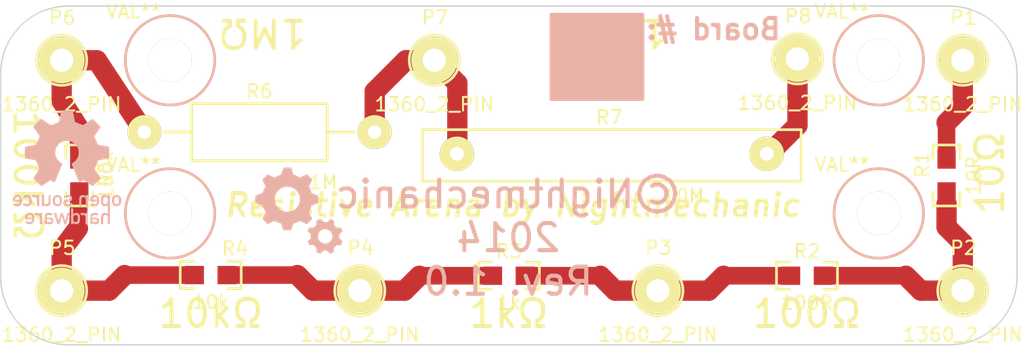
<source format=kicad_pcb>
(kicad_pcb (version 3) (host pcbnew "(2014-01-19 BZR 4624)-product")

  (general
    (links 14)
    (no_connects 0)
    (area 14.766238 12.921 90.733762 40.279)
    (thickness 1.6)
    (drawings 18)
    (tracks 42)
    (zones 0)
    (modules 21)
    (nets 9)
  )

  (page A4)
  (layers
    (15 F.Cu signal)
    (0 B.Cu signal)
    (16 B.Adhes user)
    (17 F.Adhes user)
    (18 B.Paste user)
    (19 F.Paste user)
    (20 B.SilkS user)
    (21 F.SilkS user)
    (22 B.Mask user)
    (23 F.Mask user)
    (24 Dwgs.User user)
    (25 Cmts.User user)
    (26 Eco1.User user)
    (27 Eco2.User user)
    (28 Edge.Cuts user)
  )

  (setup
    (last_trace_width 0.254)
    (trace_clearance 0.254)
    (zone_clearance 0.508)
    (zone_45_only no)
    (trace_min 0.254)
    (segment_width 0.2)
    (edge_width 0.1)
    (via_size 0.889)
    (via_drill 0.635)
    (via_min_size 0.889)
    (via_min_drill 0.508)
    (uvia_size 0.508)
    (uvia_drill 0.127)
    (uvias_allowed no)
    (uvia_min_size 0.508)
    (uvia_min_drill 0.127)
    (pcb_text_width 0.3)
    (pcb_text_size 1.5 1.5)
    (mod_edge_width 0.2)
    (mod_text_size 1 1)
    (mod_text_width 0.15)
    (pad_size 3.2 3.2)
    (pad_drill 3.2)
    (pad_to_mask_clearance 0.2)
    (aux_axis_origin 0 0)
    (grid_origin 15 15)
    (visible_elements 7FFEFFFF)
    (pcbplotparams
      (layerselection 284196865)
      (usegerberextensions true)
      (excludeedgelayer true)
      (linewidth 0.150000)
      (plotframeref false)
      (viasonmask false)
      (mode 1)
      (useauxorigin false)
      (hpglpennumber 1)
      (hpglpenspeed 20)
      (hpglpendiameter 15)
      (hpglpenoverlay 2)
      (psnegative false)
      (psa4output false)
      (plotreference true)
      (plotvalue false)
      (plotothertext false)
      (plotinvisibletext false)
      (padsonsilk false)
      (subtractmaskfromsilk false)
      (outputformat 1)
      (mirror false)
      (drillshape 0)
      (scaleselection 1)
      (outputdirectory "Fabrication files/"))
  )

  (net 0 "")
  (net 1 "Net-(P1-Pad1)")
  (net 2 "Net-(P2-Pad1)")
  (net 3 "Net-(P3-Pad1)")
  (net 4 "Net-(P4-Pad1)")
  (net 5 "Net-(P5-Pad1)")
  (net 6 "Net-(P6-Pad1)")
  (net 7 "Net-(P7-Pad1)")
  (net 8 "Net-(P8-Pad1)")

  (net_class Default "This is the default net class."
    (clearance 0.254)
    (trace_width 0.254)
    (via_dia 0.889)
    (via_drill 0.635)
    (uvia_dia 0.508)
    (uvia_drill 0.127)
    (add_net "")
  )

  (net_class SMT_IN ""
    (clearance 0.254)
    (trace_width 1.3)
    (via_dia 0.889)
    (via_drill 0.635)
    (uvia_dia 0.508)
    (uvia_drill 0.127)
    (add_net "Net-(P1-Pad1)")
    (add_net "Net-(P2-Pad1)")
    (add_net "Net-(P3-Pad1)")
    (add_net "Net-(P4-Pad1)")
    (add_net "Net-(P5-Pad1)")
    (add_net "Net-(P6-Pad1)")
  )

  (net_class Thick ""
    (clearance 0.254)
    (trace_width 1.5)
    (via_dia 0.889)
    (via_drill 0.635)
    (uvia_dia 0.508)
    (uvia_drill 0.127)
    (add_net "Net-(P7-Pad1)")
    (add_net "Net-(P8-Pad1)")
  )

  (module Arena:VISHAY_PTF65 (layer F.Cu) (tedit 537E66EC) (tstamp 537D2143)
    (at 34.1 24.3 180)
    (path /537D042B)
    (fp_text reference R6 (at 0 3 180) (layer F.SilkS)
      (effects (font (size 1 1) (thickness 0.15)))
    )
    (fp_text value 1M (at -4.7 -3.7 180) (layer F.SilkS)
      (effects (font (size 1 1) (thickness 0.15)))
    )
    (fp_line (start -5 0) (end -5 -2.1) (layer F.SilkS) (width 0.2))
    (fp_line (start -5 -2.1) (end 5 -2.1) (layer F.SilkS) (width 0.2))
    (fp_line (start 5 -2.1) (end 5 0) (layer F.SilkS) (width 0.2))
    (fp_line (start 5 0) (end 7 0) (layer F.SilkS) (width 0.2))
    (fp_line (start 7 0) (end 5 0) (layer F.SilkS) (width 0.2))
    (fp_line (start 5 0) (end 5 2.1) (layer F.SilkS) (width 0.2))
    (fp_line (start 5 2.1) (end -5 2.1) (layer F.SilkS) (width 0.2))
    (fp_line (start -5 2.1) (end -5 0) (layer F.SilkS) (width 0.2))
    (fp_line (start -7 0) (end -5 0) (layer F.SilkS) (width 0.2))
    (pad 1 thru_hole circle (at -8.5 0 180) (size 2.5 2.5) (drill 1) (layers *.Cu *.Mask F.SilkS)
      (net 7 "Net-(P7-Pad1)"))
    (pad 2 thru_hole circle (at 8.5 0 180) (size 2.5 2.5) (drill 1) (layers *.Cu *.Mask F.SilkS)
      (net 6 "Net-(P6-Pad1)"))
    (model discret/resistor.wrl
      (at (xyz 0 0 0))
      (scale (xyz 0.6800000000000001 0.8 0.8))
      (rotate (xyz 0 0 0))
    )
  )

  (module Arena:SLIM_MOX10403 (layer F.Cu) (tedit 537E66F5) (tstamp 537E6DC7)
    (at 60.1 25.9 180)
    (path /537D043F)
    (fp_text reference R7 (at 0.2 2.7 180) (layer F.SilkS)
      (effects (font (size 1 1) (thickness 0.15)))
    )
    (fp_text value 10M (at -5.3 -3.1 180) (layer F.SilkS)
      (effects (font (size 1 1) (thickness 0.15)))
    )
    (fp_line (start -13.97 1.778) (end 13.97 1.778) (layer F.SilkS) (width 0.2))
    (fp_line (start 13.97 1.778) (end 13.97 -2.032) (layer F.SilkS) (width 0.2))
    (fp_line (start 13.97 -2.032) (end -13.97 -2.032) (layer F.SilkS) (width 0.2))
    (fp_line (start -13.97 -2.032) (end -13.97 1.778) (layer F.SilkS) (width 0.2))
    (pad 1 thru_hole circle (at -11.43 0 180) (size 2.54 2.54) (drill 1.016) (layers *.Cu *.Mask F.SilkS)
      (net 8 "Net-(P8-Pad1)"))
    (pad 2 thru_hole circle (at 11.43 0 180) (size 2.54 2.54) (drill 1.016) (layers *.Cu *.Mask F.SilkS)
      (net 7 "Net-(P7-Pad1)"))
    (model slim_mox.wrl
      (at (xyz 0 0.05 -0.17))
      (scale (xyz 0.3937 0.3937 0.3937))
      (rotate (xyz 270 0 0))
    )
  )

  (module Arena:Mechanical_M3 (layer F.Cu) (tedit 537E527D) (tstamp 537D34C5)
    (at 27.5 30.3)
    (fp_text reference Mechanical_M3 (at 0.1 -4.9) (layer F.SilkS) hide
      (effects (font (size 1 1) (thickness 0.15)))
    )
    (fp_text value VAL** (at -2.7 -3.6) (layer F.SilkS)
      (effects (font (size 1 1) (thickness 0.15)))
    )
    (fp_circle (center 0 0) (end 3.3 0) (layer F.SilkS) (width 0.2))
    (fp_circle (center 0 0) (end 3.3 0) (layer B.SilkS) (width 0.2))
    (pad "" thru_hole circle (at 0 0) (size 3.2 3.2) (drill 3.2) (layers *.Cu *.Mask F.SilkS))
  )

  (module Arena:Mechanical_M3 (layer F.Cu) (tedit 537E527D) (tstamp 537D3280)
    (at 27.5 19)
    (fp_text reference Mechanical_M3 (at 0.1 -4.9) (layer F.SilkS) hide
      (effects (font (size 1 1) (thickness 0.15)))
    )
    (fp_text value VAL** (at -2.7 -3.6) (layer F.SilkS)
      (effects (font (size 1 1) (thickness 0.15)))
    )
    (fp_circle (center 0 0) (end 3.3 0) (layer F.SilkS) (width 0.2))
    (fp_circle (center 0 0) (end 3.3 0) (layer B.SilkS) (width 0.2))
    (pad "" thru_hole circle (at 0 0) (size 3.2 3.2) (drill 3.2) (layers *.Cu *.Mask F.SilkS))
  )

  (module Arena:Mechanical_M3 (layer F.Cu) (tedit 537E527D) (tstamp 537D3273)
    (at 79.8 19)
    (fp_text reference Mechanical_M3 (at 0.1 -4.9) (layer F.SilkS) hide
      (effects (font (size 1 1) (thickness 0.15)))
    )
    (fp_text value VAL** (at -2.7 -3.6) (layer F.SilkS)
      (effects (font (size 1 1) (thickness 0.15)))
    )
    (fp_circle (center 0 0) (end 3.3 0) (layer F.SilkS) (width 0.2))
    (fp_circle (center 0 0) (end 3.3 0) (layer B.SilkS) (width 0.2))
    (pad "" thru_hole circle (at 0 0) (size 3.2 3.2) (drill 3.2) (layers *.Cu *.Mask F.SilkS))
  )

  (module Arena:Mechanical_M3 (layer F.Cu) (tedit 537E527D) (tstamp 537D32FB)
    (at 79.8 30.3)
    (fp_text reference Mechanical_M3 (at 0.1 -4.9) (layer F.SilkS) hide
      (effects (font (size 1 1) (thickness 0.15)))
    )
    (fp_text value VAL** (at -2.7 -3.6) (layer F.SilkS)
      (effects (font (size 1 1) (thickness 0.15)))
    )
    (fp_circle (center 0 0) (end 3.3 0) (layer F.SilkS) (width 0.2))
    (fp_circle (center 0 0) (end 3.3 0) (layer B.SilkS) (width 0.2))
    (pad "" thru_hole circle (at 0 0) (size 3.2 3.2) (drill 3.2) (layers *.Cu *.Mask F.SilkS))
  )

  (module Logos:OSHW_F.SilkS_8mm_flipped (layer B.Cu) (tedit 537E54D8) (tstamp 537E5B76)
    (at 19.9 26.9)
    (fp_text reference VAL (at 0 0) (layer B.SilkS) hide
      (effects (font (size 0.381 0.381) (thickness 0.127)) (justify mirror))
    )
    (fp_text value REF (at 0 0) (layer B.SilkS) hide
      (effects (font (size 0.381 0.381) (thickness 0.127)) (justify mirror))
    )
    (fp_poly (pts (xy 1.7145 4.19354) (xy 1.79324 4.19354) (xy 1.87198 4.19354) (xy 1.87198 4.15798)
      (xy 1.87198 3.89128) (xy 1.87198 3.83794) (xy 1.98882 3.83794) (xy 2.06248 3.84048)
      (xy 2.11582 3.84556) (xy 2.15392 3.85318) (xy 2.18186 3.86588) (xy 2.20218 3.8862)
      (xy 2.2098 3.90144) (xy 2.2225 3.92938) (xy 2.2225 3.9497) (xy 2.21488 3.9751)
      (xy 2.21488 3.97764) (xy 2.18694 4.01574) (xy 2.16408 4.03098) (xy 2.13106 4.0386)
      (xy 2.08788 4.04368) (xy 2.03962 4.04622) (xy 1.99136 4.04368) (xy 1.95326 4.04114)
      (xy 1.93294 4.03352) (xy 1.905 4.00812) (xy 1.88468 3.96748) (xy 1.87198 3.91668)
      (xy 1.87198 3.89128) (xy 1.87198 4.15798) (xy 1.87198 4.13258) (xy 1.87452 4.11988)
      (xy 1.87452 4.11988) (xy 1.88468 4.1275) (xy 1.90246 4.14274) (xy 1.91262 4.15036)
      (xy 1.9431 4.17322) (xy 1.98374 4.18846) (xy 2.01168 4.19354) (xy 2.04978 4.19862)
      (xy 2.07772 4.2037) (xy 2.10312 4.20116) (xy 2.1336 4.19862) (xy 2.15646 4.19354)
      (xy 2.22504 4.17322) (xy 2.286 4.1402) (xy 2.32156 4.10464) (xy 2.35458 4.04876)
      (xy 2.37236 3.98526) (xy 2.37236 3.91922) (xy 2.35712 3.85826) (xy 2.32664 3.80238)
      (xy 2.28092 3.75666) (xy 2.26314 3.7465) (xy 2.24282 3.7338) (xy 2.22504 3.72618)
      (xy 2.20218 3.7211) (xy 2.17424 3.71602) (xy 2.13614 3.71348) (xy 2.08026 3.71094)
      (xy 2.0447 3.71094) (xy 1.87706 3.70586) (xy 1.87198 3.65506) (xy 1.87452 3.60172)
      (xy 1.88722 3.56362) (xy 1.91516 3.53568) (xy 1.9558 3.52044) (xy 2.01422 3.51282)
      (xy 2.04724 3.51028) (xy 2.09296 3.51282) (xy 2.12344 3.51536) (xy 2.14884 3.52552)
      (xy 2.16916 3.53822) (xy 2.18948 3.55092) (xy 2.20726 3.556) (xy 2.2225 3.55346)
      (xy 2.24536 3.54076) (xy 2.27584 3.51536) (xy 2.286 3.50774) (xy 2.3368 3.46964)
      (xy 2.30124 3.43662) (xy 2.26568 3.40614) (xy 2.23012 3.38582) (xy 2.1844 3.37312)
      (xy 2.1463 3.36296) (xy 2.06756 3.35534) (xy 1.98882 3.35788) (xy 1.91516 3.37058)
      (xy 1.84912 3.39344) (xy 1.79578 3.42646) (xy 1.77292 3.44932) (xy 1.75768 3.46964)
      (xy 1.74498 3.48742) (xy 1.73482 3.51028) (xy 1.7272 3.53568) (xy 1.72212 3.57124)
      (xy 1.71704 3.61442) (xy 1.7145 3.6703) (xy 1.7145 3.74142) (xy 1.7145 3.83032)
      (xy 1.7145 3.88366) (xy 1.7145 4.19354) (xy 1.7145 4.19354)) (layer B.SilkS) (width 0.00254))
    (fp_poly (pts (xy 0.29464 4.19354) (xy 0.37338 4.19354) (xy 0.45212 4.19354) (xy 0.45212 4.1529)
      (xy 0.45466 4.12242) (xy 0.46228 4.11226) (xy 0.46228 3.7846) (xy 0.46228 3.71348)
      (xy 0.46736 3.66014) (xy 0.47752 3.6195) (xy 0.49022 3.58648) (xy 0.51308 3.56108)
      (xy 0.5207 3.55346) (xy 0.56388 3.5306) (xy 0.61468 3.5179) (xy 0.66802 3.52298)
      (xy 0.71882 3.54076) (xy 0.74676 3.56362) (xy 0.76708 3.5941) (xy 0.77978 3.63728)
      (xy 0.7874 3.6957) (xy 0.78994 3.76936) (xy 0.78994 3.77698) (xy 0.7874 3.83032)
      (xy 0.78486 3.87858) (xy 0.78232 3.91668) (xy 0.77724 3.937) (xy 0.75692 3.9751)
      (xy 0.72644 4.00812) (xy 0.6985 4.0259) (xy 0.6604 4.03606) (xy 0.61214 4.03606)
      (xy 0.56642 4.0259) (xy 0.53848 4.01574) (xy 0.508 3.99034) (xy 0.48514 3.95478)
      (xy 0.4699 3.90906) (xy 0.46228 3.84556) (xy 0.46228 3.7846) (xy 0.46228 4.11226)
      (xy 0.46228 4.11226) (xy 0.47752 4.11988) (xy 0.48768 4.13004) (xy 0.52324 4.15798)
      (xy 0.57404 4.1783) (xy 0.63246 4.19354) (xy 0.69088 4.19862) (xy 0.73406 4.19354)
      (xy 0.8001 4.17068) (xy 0.85852 4.13258) (xy 0.90424 4.07924) (xy 0.93726 4.01828)
      (xy 0.93726 4.01066) (xy 0.94488 3.98018) (xy 0.94742 3.92938) (xy 0.94996 3.85826)
      (xy 0.94996 3.76936) (xy 0.94996 3.76936) (xy 0.94996 3.69824) (xy 0.94996 3.6449)
      (xy 0.94742 3.6068) (xy 0.94488 3.57632) (xy 0.9398 3.55346) (xy 0.93472 3.53314)
      (xy 0.9271 3.51282) (xy 0.88646 3.44932) (xy 0.83566 3.4036) (xy 0.76962 3.37312)
      (xy 0.70866 3.35788) (xy 0.64262 3.35788) (xy 0.57912 3.37566) (xy 0.51562 3.41122)
      (xy 0.48514 3.43154) (xy 0.46482 3.44424) (xy 0.4572 3.44678) (xy 0.45466 3.43916)
      (xy 0.45466 3.41122) (xy 0.45212 3.36804) (xy 0.45212 3.31216) (xy 0.45212 3.2512)
      (xy 0.45212 3.2385) (xy 0.45212 3.02768) (xy 0.37338 3.02768) (xy 0.29464 3.02768)
      (xy 0.29464 3.61188) (xy 0.29464 4.19354) (xy 0.29464 4.19354)) (layer B.SilkS) (width 0.00254))
    (fp_poly (pts (xy -1.66116 4.19354) (xy -1.57734 4.19354) (xy -1.49352 4.19354) (xy -1.49352 3.90398)
      (xy -1.49352 3.8354) (xy -1.35636 3.83794) (xy -1.30048 3.84048) (xy -1.2573 3.84302)
      (xy -1.22936 3.8481) (xy -1.21158 3.85318) (xy -1.19634 3.8608) (xy -1.19126 3.86334)
      (xy -1.16078 3.8989) (xy -1.15062 3.937) (xy -1.1557 3.9751) (xy -1.17856 4.00812)
      (xy -1.20904 4.02844) (xy -1.2446 4.04114) (xy -1.2954 4.04622) (xy -1.34874 4.04622)
      (xy -1.397 4.04114) (xy -1.4351 4.03352) (xy -1.46304 4.01574) (xy -1.48082 3.99542)
      (xy -1.49098 3.9624) (xy -1.49352 3.91414) (xy -1.49352 3.90398) (xy -1.49352 4.19354)
      (xy -1.49352 4.15544) (xy -1.49098 4.1148) (xy -1.4732 4.1402) (xy -1.4478 4.16052)
      (xy -1.41732 4.1783) (xy -1.41732 4.1783) (xy -1.37922 4.18846) (xy -1.32842 4.19608)
      (xy -1.27762 4.19862) (xy -1.23444 4.19862) (xy -1.16078 4.1783) (xy -1.09474 4.14528)
      (xy -1.04648 4.09702) (xy -1.016 4.04622) (xy -1.0033 3.99796) (xy -0.99822 3.93954)
      (xy -1.00584 3.8862) (xy -1.016 3.85064) (xy -1.0414 3.80238) (xy -1.0795 3.76428)
      (xy -1.1303 3.73634) (xy -1.15316 3.72618) (xy -1.17602 3.71856) (xy -1.20142 3.71602)
      (xy -1.23444 3.71348) (xy -1.28016 3.71094) (xy -1.33858 3.71094) (xy -1.49352 3.71094)
      (xy -1.49352 3.63982) (xy -1.49098 3.59918) (xy -1.48844 3.57378) (xy -1.47828 3.556)
      (xy -1.46558 3.54076) (xy -1.45288 3.5306) (xy -1.43764 3.52298) (xy -1.41478 3.5179)
      (xy -1.38176 3.5179) (xy -1.3335 3.51536) (xy -1.33096 3.51536) (xy -1.28016 3.5179)
      (xy -1.24714 3.5179) (xy -1.22428 3.52298) (xy -1.20904 3.5306) (xy -1.19634 3.54076)
      (xy -1.17602 3.556) (xy -1.16332 3.56362) (xy -1.16332 3.56362) (xy -1.15062 3.55854)
      (xy -1.12776 3.54076) (xy -1.09982 3.52044) (xy -1.07442 3.49758) (xy -1.0541 3.47726)
      (xy -1.04648 3.4671) (xy -1.04648 3.46456) (xy -1.0541 3.45186) (xy -1.07696 3.43154)
      (xy -1.10744 3.40868) (xy -1.14046 3.38836) (xy -1.17348 3.37566) (xy -1.1811 3.37312)
      (xy -1.22174 3.3655) (xy -1.27254 3.36042) (xy -1.3335 3.36042) (xy -1.39446 3.36296)
      (xy -1.4478 3.36804) (xy -1.48844 3.37566) (xy -1.49098 3.3782) (xy -1.55448 3.41122)
      (xy -1.60274 3.4544) (xy -1.63068 3.49758) (xy -1.6383 3.51282) (xy -1.64338 3.52806)
      (xy -1.64846 3.5433) (xy -1.651 3.56616) (xy -1.65354 3.59664) (xy -1.65608 3.63474)
      (xy -1.65608 3.68808) (xy -1.65862 3.75412) (xy -1.65862 3.83794) (xy -1.65862 3.87096)
      (xy -1.66116 4.19354) (xy -1.66116 4.19354)) (layer B.SilkS) (width 0.00254))
    (fp_poly (pts (xy -3.10134 3.83794) (xy -2.9337 3.83794) (xy -2.9337 3.71094) (xy -2.9337 3.68046)
      (xy -2.92608 3.64236) (xy -2.90576 3.59918) (xy -2.87782 3.56108) (xy -2.84988 3.53568)
      (xy -2.81432 3.5179) (xy -2.77114 3.51028) (xy -2.75844 3.51028) (xy -2.69748 3.5179)
      (xy -2.65176 3.53822) (xy -2.61874 3.57124) (xy -2.6035 3.59918) (xy -2.5908 3.6322)
      (xy -2.58318 3.66776) (xy -2.5781 3.69316) (xy -2.58064 3.70078) (xy -2.59334 3.70332)
      (xy -2.62382 3.7084) (xy -2.66954 3.7084) (xy -2.72796 3.71094) (xy -2.76098 3.71094)
      (xy -2.9337 3.71094) (xy -2.9337 3.83794) (xy -2.83718 3.83794) (xy -2.7559 3.83794)
      (xy -2.68986 3.83794) (xy -2.64414 3.83794) (xy -2.61112 3.84048) (xy -2.58826 3.84556)
      (xy -2.5781 3.85318) (xy -2.57556 3.86588) (xy -2.5781 3.88112) (xy -2.58318 3.90144)
      (xy -2.58572 3.9116) (xy -2.61112 3.96494) (xy -2.64922 4.00558) (xy -2.70002 4.03352)
      (xy -2.7559 4.04622) (xy -2.8194 4.04368) (xy -2.88036 4.02336) (xy -2.91338 4.00558)
      (xy -2.96672 3.97256) (xy -3.0226 4.02082) (xy -3.07848 4.06908) (xy -3.03276 4.10972)
      (xy -2.96926 4.1529) (xy -2.89306 4.18338) (xy -2.80924 4.19862) (xy -2.72796 4.19608)
      (xy -2.70764 4.19354) (xy -2.62636 4.17068) (xy -2.55524 4.13258) (xy -2.49936 4.0767)
      (xy -2.45872 4.00558) (xy -2.43078 3.92176) (xy -2.41808 3.82016) (xy -2.41808 3.78206)
      (xy -2.4257 3.67792) (xy -2.44602 3.58648) (xy -2.48158 3.50774) (xy -2.53238 3.44424)
      (xy -2.59334 3.39852) (xy -2.62128 3.38328) (xy -2.68224 3.3655) (xy -2.75336 3.35788)
      (xy -2.82448 3.36296) (xy -2.88798 3.38074) (xy -2.8956 3.38328) (xy -2.96672 3.42646)
      (xy -3.0226 3.48234) (xy -3.06324 3.556) (xy -3.08864 3.64236) (xy -3.10134 3.7465)
      (xy -3.10134 3.77698) (xy -3.10134 3.83794) (xy -3.10134 3.83794)) (layer B.SilkS) (width 0.00254))
    (fp_poly (pts (xy 2.5019 4.19354) (xy 2.58064 4.19354) (xy 2.65684 4.19354) (xy 2.66192 3.91922)
      (xy 2.66192 3.83032) (xy 2.66446 3.7592) (xy 2.667 3.70586) (xy 2.66954 3.66268)
      (xy 2.67716 3.6322) (xy 2.68478 3.60934) (xy 2.69494 3.58902) (xy 2.70764 3.57378)
      (xy 2.72542 3.556) (xy 2.72542 3.556) (xy 2.7686 3.52806) (xy 2.8194 3.5179)
      (xy 2.8702 3.52298) (xy 2.91846 3.5433) (xy 2.9591 3.57632) (xy 2.97688 3.6068)
      (xy 2.98196 3.6195) (xy 2.98704 3.63728) (xy 2.99212 3.66014) (xy 2.99212 3.69062)
      (xy 2.99466 3.7338) (xy 2.99466 3.78968) (xy 2.9972 3.86334) (xy 2.9972 3.91922)
      (xy 2.9972 4.19354) (xy 3.08102 4.19354) (xy 3.16484 4.19354) (xy 3.16484 3.12166)
      (xy 3.16484 2.04978) (xy 3.08102 2.04978) (xy 2.9972 2.04978) (xy 2.9972 2.09296)
      (xy 2.9972 2.13868) (xy 2.96672 2.11074) (xy 2.91338 2.07264) (xy 2.84734 2.04724)
      (xy 2.77622 2.03962) (xy 2.70256 2.04724) (xy 2.68732 2.05232) (xy 2.64414 2.07264)
      (xy 2.59842 2.1082) (xy 2.55778 2.15138) (xy 2.52984 2.1971) (xy 2.5273 2.20472)
      (xy 2.51968 2.22504) (xy 2.5146 2.25044) (xy 2.51206 2.28092) (xy 2.50952 2.32156)
      (xy 2.50698 2.3749) (xy 2.50698 2.44602) (xy 2.50698 2.45872) (xy 2.50698 2.54508)
      (xy 2.50952 2.61112) (xy 2.5146 2.66192) (xy 2.52222 2.70256) (xy 2.53492 2.73558)
      (xy 2.5527 2.76352) (xy 2.57556 2.78892) (xy 2.59588 2.80924) (xy 2.65938 2.85242)
      (xy 2.66446 2.85496) (xy 2.66446 2.45872) (xy 2.667 2.3876) (xy 2.67462 2.33172)
      (xy 2.68478 2.28854) (xy 2.70256 2.25806) (xy 2.72796 2.23012) (xy 2.73558 2.22504)
      (xy 2.77876 2.20472) (xy 2.82956 2.19964) (xy 2.88036 2.20726) (xy 2.92608 2.23012)
      (xy 2.96164 2.26314) (xy 2.9718 2.27838) (xy 2.98196 2.3114) (xy 2.98704 2.35966)
      (xy 2.99212 2.41554) (xy 2.99212 2.4765) (xy 2.98958 2.53746) (xy 2.9845 2.58826)
      (xy 2.97688 2.6289) (xy 2.9718 2.6416) (xy 2.94132 2.67716) (xy 2.89814 2.7051)
      (xy 2.84988 2.7178) (xy 2.79908 2.72034) (xy 2.75082 2.7051) (xy 2.73558 2.69494)
      (xy 2.70764 2.66954) (xy 2.68732 2.63906) (xy 2.67462 2.60096) (xy 2.66954 2.55016)
      (xy 2.667 2.48158) (xy 2.66446 2.45872) (xy 2.66446 2.85496) (xy 2.72542 2.87528)
      (xy 2.79654 2.88036) (xy 2.86766 2.86766) (xy 2.9337 2.8321) (xy 2.96164 2.81178)
      (xy 2.9972 2.78384) (xy 2.9972 3.11658) (xy 2.9972 3.44932) (xy 2.95656 3.4163)
      (xy 2.89052 3.3782) (xy 2.82194 3.35788) (xy 2.75082 3.35534) (xy 2.68224 3.37312)
      (xy 2.6162 3.40868) (xy 2.58572 3.43916) (xy 2.56286 3.46202) (xy 2.54508 3.48234)
      (xy 2.53238 3.50774) (xy 2.51968 3.53568) (xy 2.51206 3.57124) (xy 2.50698 3.61696)
      (xy 2.50444 3.67284) (xy 2.5019 3.74396) (xy 2.5019 3.83286) (xy 2.5019 3.89636)
      (xy 2.5019 4.19354) (xy 2.5019 4.19354)) (layer B.SilkS) (width 0.00254))
    (fp_poly (pts (xy 0.97282 3.41884) (xy 0.98044 3.43408) (xy 1.00076 3.45694) (xy 1.02108 3.48234)
      (xy 1.04648 3.51282) (xy 1.0668 3.53568) (xy 1.07696 3.55092) (xy 1.0795 3.55092)
      (xy 1.08712 3.54838) (xy 1.10998 3.54076) (xy 1.11506 3.53568) (xy 1.14808 3.52552)
      (xy 1.18618 3.52044) (xy 1.20142 3.52044) (xy 1.24968 3.52552) (xy 1.29032 3.54584)
      (xy 1.32588 3.58394) (xy 1.3335 3.5941) (xy 1.33858 3.6068) (xy 1.3462 3.61696)
      (xy 1.34874 3.6322) (xy 1.35128 3.65252) (xy 1.35382 3.683) (xy 1.35636 3.72364)
      (xy 1.35636 3.77698) (xy 1.35636 3.8481) (xy 1.35636 3.9116) (xy 1.35636 4.19354)
      (xy 1.44018 4.19354) (xy 1.524 4.19354) (xy 1.524 3.77952) (xy 1.524 3.36296)
      (xy 1.44018 3.36296) (xy 1.35636 3.36296) (xy 1.35636 3.40614) (xy 1.35636 3.44932)
      (xy 1.31572 3.4163) (xy 1.26746 3.38582) (xy 1.20904 3.36296) (xy 1.15062 3.3528)
      (xy 1.14046 3.3528) (xy 1.1049 3.35788) (xy 1.06172 3.36804) (xy 1.01854 3.38328)
      (xy 0.98806 3.39852) (xy 0.98298 3.40106) (xy 0.97536 3.40868) (xy 0.97282 3.41884)
      (xy 0.97282 3.41884)) (layer B.SilkS) (width 0.00254))
    (fp_poly (pts (xy -0.97536 3.36296) (xy -0.84328 3.77952) (xy -0.70866 4.19608) (xy -0.63754 4.191)
      (xy -0.56388 4.18846) (xy -0.48006 3.90398) (xy -0.4572 3.82778) (xy -0.43688 3.76174)
      (xy -0.4191 3.70586) (xy -0.40386 3.66014) (xy -0.3937 3.62966) (xy -0.38862 3.61696)
      (xy -0.38862 3.61696) (xy -0.38354 3.62712) (xy -0.37592 3.65252) (xy -0.36068 3.69316)
      (xy -0.34544 3.7465) (xy -0.32512 3.80746) (xy -0.3048 3.87096) (xy -0.28448 3.93954)
      (xy -0.26416 4.00812) (xy -0.24384 4.07162) (xy -0.2286 4.13004) (xy -0.21844 4.16052)
      (xy -0.20828 4.19354) (xy -0.13716 4.19354) (xy -0.06604 4.19354) (xy 0.03048 3.8862)
      (xy 0.05842 3.80492) (xy 0.08382 3.7211) (xy 0.10922 3.6449) (xy 0.13208 3.57632)
      (xy 0.14986 3.5179) (xy 0.16256 3.47726) (xy 0.1651 3.47218) (xy 0.19812 3.36296)
      (xy 0.11176 3.36296) (xy 0.0254 3.36296) (xy -0.0508 3.65252) (xy -0.07112 3.72618)
      (xy -0.09144 3.79476) (xy -0.10668 3.85318) (xy -0.12192 3.8989) (xy -0.13208 3.92938)
      (xy -0.13716 3.94208) (xy -0.13716 3.94208) (xy -0.14224 3.93192) (xy -0.1524 3.90906)
      (xy -0.1651 3.8735) (xy -0.16764 3.86588) (xy -0.1778 3.83286) (xy -0.19304 3.78206)
      (xy -0.21336 3.72364) (xy -0.23368 3.65506) (xy -0.25654 3.58648) (xy -0.26162 3.57632)
      (xy -0.3302 3.36296) (xy -0.38862 3.36296) (xy -0.44704 3.36296) (xy -0.47498 3.45186)
      (xy -0.51562 3.57378) (xy -0.54864 3.67538) (xy -0.57658 3.76174) (xy -0.5969 3.82778)
      (xy -0.61468 3.87858) (xy -0.62738 3.91414) (xy -0.635 3.93446) (xy -0.64008 3.94208)
      (xy -0.64516 3.93192) (xy -0.65278 3.90398) (xy -0.66548 3.86334) (xy -0.68326 3.80746)
      (xy -0.70104 3.74142) (xy -0.72136 3.66776) (xy -0.7239 3.65252) (xy -0.80264 3.36296)
      (xy -0.889 3.36296) (xy -0.97536 3.36296) (xy -0.97536 3.36296)) (layer B.SilkS) (width 0.00254))
    (fp_poly (pts (xy -2.39776 3.4163) (xy -2.39014 3.42646) (xy -2.3749 3.44932) (xy -2.35204 3.47726)
      (xy -2.32918 3.5052) (xy -2.30632 3.53314) (xy -2.29108 3.54838) (xy -2.286 3.55346)
      (xy -2.2733 3.54838) (xy -2.25552 3.53568) (xy -2.21996 3.52298) (xy -2.17424 3.52044)
      (xy -2.12852 3.52552) (xy -2.09296 3.53822) (xy -2.06502 3.56108) (xy -2.03962 3.59156)
      (xy -2.03708 3.5941) (xy -2.02946 3.6068) (xy -2.02438 3.6195) (xy -2.0193 3.63728)
      (xy -2.01676 3.66014) (xy -2.01422 3.69316) (xy -2.01168 3.73634) (xy -2.01168 3.79476)
      (xy -2.00914 3.86842) (xy -2.00914 3.91414) (xy -2.0066 4.19354) (xy -1.92786 4.19354)
      (xy -1.84912 4.19354) (xy -1.84912 3.77952) (xy -1.84912 3.36296) (xy -1.9304 3.36296)
      (xy -2.00914 3.36296) (xy -2.00914 3.40614) (xy -2.00914 3.43154) (xy -2.01422 3.44678)
      (xy -2.01422 3.44678) (xy -2.02692 3.4417) (xy -2.04724 3.42646) (xy -2.0574 3.4163)
      (xy -2.10312 3.38836) (xy -2.159 3.3655) (xy -2.21996 3.35534) (xy -2.2606 3.35788)
      (xy -2.29616 3.36296) (xy -2.33172 3.37566) (xy -2.36474 3.3909) (xy -2.3876 3.4036)
      (xy -2.39776 3.4163) (xy -2.39776 3.4163)) (layer B.SilkS) (width 0.00254))
    (fp_poly (pts (xy 3.31216 2.45872) (xy 3.3147 2.54762) (xy 3.32486 2.62128) (xy 3.3401 2.6797)
      (xy 3.36042 2.72034) (xy 3.39598 2.7686) (xy 3.44424 2.81432) (xy 3.46964 2.82956)
      (xy 3.46964 2.4257) (xy 3.48234 2.34188) (xy 3.50266 2.28346) (xy 3.53822 2.24028)
      (xy 3.58394 2.21234) (xy 3.63982 2.19964) (xy 3.69824 2.20726) (xy 3.71602 2.21234)
      (xy 3.75666 2.23266) (xy 3.7846 2.25806) (xy 3.80492 2.29362) (xy 3.81762 2.33934)
      (xy 3.82524 2.40284) (xy 3.82524 2.46126) (xy 3.82524 2.51714) (xy 3.8227 2.55778)
      (xy 3.82016 2.58572) (xy 3.81254 2.61112) (xy 3.80238 2.6289) (xy 3.76936 2.67462)
      (xy 3.72364 2.7051) (xy 3.6703 2.72034) (xy 3.61442 2.7178) (xy 3.5814 2.70764)
      (xy 3.53822 2.6797) (xy 3.5052 2.63398) (xy 3.48234 2.57556) (xy 3.46964 2.50444)
      (xy 3.46964 2.4257) (xy 3.46964 2.82956) (xy 3.49758 2.84988) (xy 3.53568 2.86512)
      (xy 3.60172 2.87782) (xy 3.67284 2.87782) (xy 3.73888 2.8702) (xy 3.77952 2.86004)
      (xy 3.82016 2.83972) (xy 3.85826 2.81686) (xy 3.87096 2.8067) (xy 3.90144 2.77622)
      (xy 3.92938 2.73812) (xy 3.95224 2.70002) (xy 3.97002 2.66446) (xy 3.97256 2.6416)
      (xy 3.97764 2.62128) (xy 3.98526 2.61112) (xy 3.9878 2.59842) (xy 3.99288 2.56794)
      (xy 3.99288 2.52222) (xy 3.99542 2.46634) (xy 3.99542 2.45872) (xy 3.99288 2.40284)
      (xy 3.99288 2.35458) (xy 3.9878 2.32156) (xy 3.98526 2.30886) (xy 3.98526 2.30886)
      (xy 3.9751 2.29362) (xy 3.97256 2.27838) (xy 3.96748 2.25044) (xy 3.9497 2.21234)
      (xy 3.9243 2.1717) (xy 3.89382 2.13614) (xy 3.87096 2.11328) (xy 3.80746 2.07264)
      (xy 3.7338 2.04724) (xy 3.65506 2.03962) (xy 3.57886 2.04724) (xy 3.5052 2.0701)
      (xy 3.4417 2.1082) (xy 3.43154 2.11582) (xy 3.38582 2.16154) (xy 3.3528 2.21234)
      (xy 3.32994 2.27076) (xy 3.31724 2.34188) (xy 3.31216 2.4257) (xy 3.31216 2.45872)
      (xy 3.31216 2.45872)) (layer B.SilkS) (width 0.00254))
    (fp_poly (pts (xy 1.7018 2.52222) (xy 1.86182 2.52222) (xy 1.86182 2.37236) (xy 1.8669 2.33426)
      (xy 1.88468 2.28854) (xy 1.91008 2.25044) (xy 1.91516 2.24536) (xy 1.95834 2.20726)
      (xy 2.01168 2.18948) (xy 2.0701 2.19202) (xy 2.11836 2.20726) (xy 2.16408 2.24282)
      (xy 2.1971 2.29108) (xy 2.21488 2.34188) (xy 2.21996 2.3876) (xy 2.03962 2.3876)
      (xy 1.97104 2.38506) (xy 1.92024 2.38506) (xy 1.88722 2.38252) (xy 1.8669 2.37998)
      (xy 1.86182 2.3749) (xy 1.86182 2.37236) (xy 1.86182 2.52222) (xy 1.96088 2.52222)
      (xy 2.21742 2.52222) (xy 2.21742 2.5527) (xy 2.2098 2.5908) (xy 2.18948 2.63398)
      (xy 2.16408 2.67208) (xy 2.13614 2.69748) (xy 2.0828 2.72034) (xy 2.02438 2.7305)
      (xy 1.96088 2.72288) (xy 1.90246 2.70256) (xy 1.86436 2.67716) (xy 1.83388 2.65176)
      (xy 1.77546 2.70256) (xy 1.71958 2.75336) (xy 1.74498 2.77876) (xy 1.76784 2.79908)
      (xy 1.80086 2.82194) (xy 1.83896 2.84226) (xy 1.87706 2.8575) (xy 1.90754 2.8702)
      (xy 1.9431 2.87528) (xy 1.99136 2.87782) (xy 2.00152 2.87782) (xy 2.06248 2.87782)
      (xy 2.11582 2.87274) (xy 2.14122 2.86512) (xy 2.21742 2.8321) (xy 2.27584 2.78384)
      (xy 2.32156 2.72288) (xy 2.35458 2.64668) (xy 2.37236 2.55524) (xy 2.37744 2.4638)
      (xy 2.36982 2.35712) (xy 2.3495 2.26568) (xy 2.31648 2.18948) (xy 2.26822 2.12852)
      (xy 2.20472 2.08026) (xy 2.1971 2.07772) (xy 2.15646 2.0574) (xy 2.11582 2.04724)
      (xy 2.06502 2.04216) (xy 2.05994 2.04216) (xy 1.97866 2.0447) (xy 1.90754 2.06502)
      (xy 1.8415 2.10312) (xy 1.80086 2.13868) (xy 1.76022 2.18694) (xy 1.72974 2.23774)
      (xy 1.71196 2.29616) (xy 1.70434 2.36728) (xy 1.7018 2.41808) (xy 1.7018 2.52222)
      (xy 1.7018 2.52222)) (layer B.SilkS) (width 0.00254))
    (fp_poly (pts (xy -0.27178 2.63906) (xy -0.26162 2.70002) (xy -0.23622 2.75336) (xy -0.20066 2.79908)
      (xy -0.19558 2.80162) (xy -0.14224 2.83718) (xy -0.08636 2.86004) (xy -0.02032 2.87274)
      (xy 0.04826 2.87782) (xy 0.10668 2.87782) (xy 0.14986 2.87528) (xy 0.18796 2.86766)
      (xy 0.21082 2.86004) (xy 0.30226 2.82448) (xy 0.37846 2.77876) (xy 0.39116 2.7686)
      (xy 0.42926 2.73558) (xy 0.37338 2.6797) (xy 0.31496 2.62382) (xy 0.2921 2.64414)
      (xy 0.23876 2.68224) (xy 0.1778 2.71018) (xy 0.1143 2.72542) (xy 0.0508 2.7305)
      (xy -0.00762 2.72288) (xy -0.05588 2.7051) (xy -0.0889 2.67716) (xy -0.10922 2.6416)
      (xy -0.11176 2.60604) (xy -0.09398 2.57556) (xy -0.0635 2.5527) (xy -0.01778 2.54)
      (xy 0.0127 2.53492) (xy 0.05842 2.52984) (xy 0.10668 2.52476) (xy 0.11938 2.52476)
      (xy 0.2032 2.50698) (xy 0.27178 2.47904) (xy 0.32258 2.4384) (xy 0.35814 2.38506)
      (xy 0.37338 2.3241) (xy 0.37084 2.25298) (xy 0.3683 2.23266) (xy 0.34544 2.17424)
      (xy 0.3048 2.1209) (xy 0.254 2.08026) (xy 0.19812 2.05486) (xy 0.10922 2.03962)
      (xy 0.01524 2.03962) (xy -0.07874 2.0574) (xy -0.1651 2.09296) (xy -0.22352 2.12598)
      (xy -0.23622 2.13614) (xy -0.24384 2.14376) (xy -0.24384 2.15392) (xy -0.23368 2.1717)
      (xy -0.21082 2.1971) (xy -0.18796 2.22758) (xy -0.15748 2.2606) (xy -0.09398 2.23012)
      (xy -0.03302 2.20472) (xy 0.02794 2.19202) (xy 0.08382 2.18948) (xy 0.13208 2.1971)
      (xy 0.17272 2.21488) (xy 0.19812 2.24282) (xy 0.20828 2.27838) (xy 0.20828 2.28854)
      (xy 0.2032 2.31648) (xy 0.1905 2.3368) (xy 0.16764 2.35204) (xy 0.13208 2.3622)
      (xy 0.08382 2.37236) (xy 0.02032 2.37998) (xy -0.05334 2.3876) (xy -0.10922 2.4003)
      (xy -0.14986 2.413) (xy -0.18542 2.43332) (xy -0.21336 2.45872) (xy -0.22098 2.46634)
      (xy -0.25146 2.51714) (xy -0.26924 2.57556) (xy -0.27178 2.63906) (xy -0.27178 2.63906)) (layer B.SilkS) (width 0.00254))
    (fp_poly (pts (xy -1.05664 2.43332) (xy -1.0541 2.5146) (xy -1.04648 2.59334) (xy -1.03124 2.66192)
      (xy -1.01346 2.70764) (xy -0.97282 2.77114) (xy -0.91694 2.8194) (xy -0.89408 2.8321)
      (xy -0.89408 2.46126) (xy -0.89154 2.38506) (xy -0.88392 2.32664) (xy -0.86868 2.28346)
      (xy -0.84582 2.25044) (xy -0.81534 2.22758) (xy -0.78232 2.21234) (xy -0.72136 2.19964)
      (xy -0.66802 2.20472) (xy -0.61976 2.23012) (xy -0.57912 2.27076) (xy -0.55372 2.3241)
      (xy -0.5461 2.3495) (xy -0.54102 2.39522) (xy -0.53848 2.4511) (xy -0.54102 2.50698)
      (xy -0.5461 2.56032) (xy -0.55372 2.6035) (xy -0.56134 2.62382) (xy -0.5969 2.67462)
      (xy -0.64262 2.70764) (xy -0.6985 2.72034) (xy -0.75438 2.71526) (xy -0.8001 2.70002)
      (xy -0.83566 2.67716) (xy -0.86106 2.64668) (xy -0.87884 2.60858) (xy -0.889 2.55778)
      (xy -0.89408 2.4892) (xy -0.89408 2.46126) (xy -0.89408 2.8321) (xy -0.84836 2.85496)
      (xy -0.7747 2.87528) (xy -0.69342 2.88036) (xy -0.61214 2.86766) (xy -0.5969 2.86512)
      (xy -0.55626 2.8448) (xy -0.508 2.81178) (xy -0.46482 2.77114) (xy -0.4318 2.7305)
      (xy -0.42164 2.71272) (xy -0.39878 2.65176) (xy -0.38354 2.5781) (xy -0.37846 2.48412)
      (xy -0.37846 2.45872) (xy -0.381 2.36728) (xy -0.3937 2.29362) (xy -0.41148 2.23012)
      (xy -0.44196 2.17678) (xy -0.4826 2.13106) (xy -0.49784 2.11582) (xy -0.56134 2.07264)
      (xy -0.63246 2.04724) (xy -0.70866 2.03962) (xy -0.7874 2.0447) (xy -0.85852 2.06756)
      (xy -0.92456 2.10566) (xy -0.95504 2.13106) (xy -0.98298 2.16408) (xy -1.00838 2.20218)
      (xy -1.02108 2.22504) (xy -1.03886 2.28346) (xy -1.05156 2.35458) (xy -1.05664 2.43332)
      (xy -1.05664 2.43332)) (layer B.SilkS) (width 0.00254))
    (fp_poly (pts (xy -1.87198 2.8702) (xy -1.78816 2.8702) (xy -1.7018 2.8702) (xy -1.7018 2.82702)
      (xy -1.7018 2.7813) (xy -1.67386 2.80924) (xy -1.61798 2.84988) (xy -1.55194 2.87274)
      (xy -1.48336 2.88036) (xy -1.41224 2.8702) (xy -1.3716 2.85496) (xy -1.31064 2.8194)
      (xy -1.26238 2.7686) (xy -1.23698 2.72796) (xy -1.22936 2.71526) (xy -1.22428 2.70256)
      (xy -1.22174 2.68478) (xy -1.2192 2.66192) (xy -1.21666 2.63144) (xy -1.21412 2.58826)
      (xy -1.21412 2.53492) (xy -1.21158 2.4638) (xy -1.21158 2.3749) (xy -1.21158 2.36728)
      (xy -1.20904 2.04978) (xy -1.28778 2.04978) (xy -1.36652 2.04978) (xy -1.36906 2.32664)
      (xy -1.36906 2.41046) (xy -1.3716 2.4765) (xy -1.3716 2.5273) (xy -1.37414 2.56286)
      (xy -1.37668 2.5908) (xy -1.38176 2.60858) (xy -1.38684 2.62382) (xy -1.39192 2.63652)
      (xy -1.39192 2.63652) (xy -1.43002 2.68224) (xy -1.47574 2.71018) (xy -1.51638 2.72034)
      (xy -1.5748 2.7178) (xy -1.6256 2.69748) (xy -1.6637 2.66192) (xy -1.68148 2.63398)
      (xy -1.6891 2.61874) (xy -1.69418 2.6035) (xy -1.69672 2.58318) (xy -1.69926 2.55778)
      (xy -1.7018 2.52222) (xy -1.7018 2.47396) (xy -1.7018 2.41046) (xy -1.7018 2.32664)
      (xy -1.7018 2.31902) (xy -1.7018 2.04978) (xy -1.78816 2.04978) (xy -1.87198 2.04978)
      (xy -1.87198 2.45872) (xy -1.87198 2.8702) (xy -1.87198 2.8702)) (layer B.SilkS) (width 0.00254))
    (fp_poly (pts (xy -3.26898 2.18186) (xy -3.21056 2.23266) (xy -3.15468 2.28092) (xy -3.10642 2.24536)
      (xy -3.05054 2.21488) (xy -2.98958 2.19964) (xy -2.93116 2.20218) (xy -2.87528 2.2225)
      (xy -2.82702 2.25806) (xy -2.81432 2.2733) (xy -2.78638 2.3241) (xy -2.77114 2.38506)
      (xy -2.76606 2.45872) (xy -2.77114 2.53746) (xy -2.78638 2.59842) (xy -2.81432 2.64668)
      (xy -2.8575 2.68732) (xy -2.91084 2.71272) (xy -2.96926 2.72034) (xy -3.03022 2.71272)
      (xy -3.08864 2.68732) (xy -3.10642 2.67462) (xy -3.15468 2.63652) (xy -3.21056 2.68732)
      (xy -3.23596 2.71272) (xy -3.25628 2.73304) (xy -3.26644 2.7432) (xy -3.26136 2.75336)
      (xy -3.24104 2.77368) (xy -3.21056 2.794) (xy -3.17754 2.8194) (xy -3.14452 2.83972)
      (xy -3.11404 2.85496) (xy -3.10896 2.8575) (xy -3.04546 2.87274) (xy -2.9718 2.88036)
      (xy -2.89814 2.87528) (xy -2.83972 2.86004) (xy -2.76352 2.82194) (xy -2.70256 2.7686)
      (xy -2.65684 2.70256) (xy -2.62382 2.61874) (xy -2.60858 2.52476) (xy -2.60604 2.46888)
      (xy -2.60858 2.37236) (xy -2.62636 2.28854) (xy -2.65684 2.21742) (xy -2.70002 2.15646)
      (xy -2.7178 2.13868) (xy -2.76352 2.09804) (xy -2.81178 2.0701) (xy -2.86512 2.05486)
      (xy -2.93116 2.04724) (xy -2.96926 2.0447) (xy -3.02006 2.0447) (xy -3.05816 2.04724)
      (xy -3.0861 2.05486) (xy -3.11404 2.06502) (xy -3.13182 2.07264) (xy -3.17246 2.0955)
      (xy -3.21056 2.12598) (xy -3.23088 2.14122) (xy -3.26898 2.18186) (xy -3.26898 2.18186)) (layer B.SilkS) (width 0.00254))
    (fp_poly (pts (xy -4.00812 2.52222) (xy -3.84048 2.52222) (xy -3.84048 2.3876) (xy -3.8354 2.34442)
      (xy -3.81762 2.28854) (xy -3.78714 2.24282) (xy -3.74396 2.2098) (xy -3.69316 2.19202)
      (xy -3.63982 2.18948) (xy -3.58902 2.20472) (xy -3.556 2.22504) (xy -3.52298 2.2606)
      (xy -3.49758 2.30632) (xy -3.48488 2.35204) (xy -3.47726 2.3876) (xy -3.66014 2.3876)
      (xy -3.84048 2.3876) (xy -3.84048 2.52222) (xy -3.74396 2.52222) (xy -3.4798 2.52222)
      (xy -3.48488 2.56286) (xy -3.5052 2.62382) (xy -3.54076 2.67462) (xy -3.58648 2.70764)
      (xy -3.63982 2.72796) (xy -3.70078 2.7305) (xy -3.76174 2.71526) (xy -3.8227 2.68478)
      (xy -3.84556 2.66954) (xy -3.86334 2.66446) (xy -3.88112 2.66954) (xy -3.90398 2.68478)
      (xy -3.93954 2.71272) (xy -3.94462 2.71526) (xy -3.98272 2.74828) (xy -3.95986 2.77368)
      (xy -3.91668 2.81178) (xy -3.8608 2.8448) (xy -3.80746 2.86512) (xy -3.76428 2.87274)
      (xy -3.71094 2.87782) (xy -3.65252 2.87782) (xy -3.60172 2.87528) (xy -3.57886 2.8702)
      (xy -3.50774 2.84226) (xy -3.4417 2.79908) (xy -3.3909 2.74066) (xy -3.37312 2.70764)
      (xy -3.34518 2.63906) (xy -3.32994 2.55778) (xy -3.32486 2.46888) (xy -3.3274 2.37998)
      (xy -3.34264 2.29616) (xy -3.36804 2.2225) (xy -3.37312 2.21234) (xy -3.41122 2.15646)
      (xy -3.46202 2.1082) (xy -3.52044 2.0701) (xy -3.5433 2.05994) (xy -3.5814 2.04724)
      (xy -3.62204 2.04216) (xy -3.67284 2.04216) (xy -3.68046 2.04216) (xy -3.7592 2.05232)
      (xy -3.8227 2.07772) (xy -3.88112 2.11582) (xy -3.90398 2.13868) (xy -3.94208 2.18694)
      (xy -3.97002 2.24028) (xy -3.99034 2.30632) (xy -4.0005 2.38506) (xy -4.00304 2.41554)
      (xy -4.00812 2.52222) (xy -4.00812 2.52222)) (layer B.SilkS) (width 0.00254))
    (fp_poly (pts (xy 0.89154 2.8702) (xy 0.97282 2.8702) (xy 1.05156 2.8702) (xy 1.05156 2.6035)
      (xy 1.05156 2.52222) (xy 1.05156 2.45872) (xy 1.05156 2.41046) (xy 1.0541 2.3749)
      (xy 1.05664 2.34696) (xy 1.06172 2.32664) (xy 1.0668 2.3114) (xy 1.07188 2.29616)
      (xy 1.07442 2.29108) (xy 1.1049 2.24536) (xy 1.14046 2.21742) (xy 1.18618 2.20472)
      (xy 1.2192 2.20218) (xy 1.27254 2.20726) (xy 1.31318 2.22504) (xy 1.34874 2.2606)
      (xy 1.36144 2.27584) (xy 1.36652 2.28346) (xy 1.3716 2.29616) (xy 1.37668 2.3114)
      (xy 1.37922 2.33426) (xy 1.38176 2.36728) (xy 1.38176 2.413) (xy 1.3843 2.47142)
      (xy 1.3843 2.54762) (xy 1.3843 2.58572) (xy 1.38938 2.8702) (xy 1.4732 2.8702)
      (xy 1.55448 2.8702) (xy 1.55448 2.45872) (xy 1.55448 2.04978) (xy 1.47066 2.04978)
      (xy 1.38684 2.04978) (xy 1.38684 2.09296) (xy 1.38684 2.13614) (xy 1.35128 2.10566)
      (xy 1.29286 2.06502) (xy 1.22682 2.0447) (xy 1.15062 2.04216) (xy 1.14808 2.04216)
      (xy 1.08458 2.04978) (xy 1.03632 2.0701) (xy 0.9906 2.10058) (xy 0.97536 2.11582)
      (xy 0.95504 2.13868) (xy 0.93726 2.15646) (xy 0.92456 2.17678) (xy 0.9144 2.19964)
      (xy 0.90932 2.23012) (xy 0.90424 2.26822) (xy 0.89916 2.31902) (xy 0.89662 2.38252)
      (xy 0.89662 2.46126) (xy 0.89662 2.5527) (xy 0.89154 2.8702) (xy 0.89154 2.8702)) (layer B.SilkS) (width 0.00254))
    (fp_poly (pts (xy -2.61112 2.10058) (xy -2.55524 2.16916) (xy -2.49682 2.23774) (xy -2.45618 2.21488)
      (xy -2.40284 2.19964) (xy -2.34696 2.20218) (xy -2.29616 2.22504) (xy -2.25298 2.26568)
      (xy -2.24536 2.27584) (xy -2.23774 2.28346) (xy -2.23266 2.29616) (xy -2.23012 2.3114)
      (xy -2.22758 2.33426) (xy -2.22504 2.36728) (xy -2.2225 2.413) (xy -2.2225 2.47142)
      (xy -2.21996 2.54762) (xy -2.21996 2.58572) (xy -2.21742 2.8702) (xy -2.13868 2.8702)
      (xy -2.05994 2.8702) (xy -2.05994 2.45872) (xy -2.05994 2.04978) (xy -2.13868 2.04978)
      (xy -2.21742 2.04978) (xy -2.21742 2.09296) (xy -2.21742 2.1336) (xy -2.26568 2.09804)
      (xy -2.30124 2.07518) (xy -2.3368 2.0574) (xy -2.35204 2.04978) (xy -2.41046 2.03962)
      (xy -2.47396 2.04216) (xy -2.52984 2.05232) (xy -2.57556 2.07264) (xy -2.58826 2.08026)
      (xy -2.61112 2.10058) (xy -2.61112 2.10058)) (layer B.SilkS) (width 0.00254))
    (fp_poly (pts (xy -3.11404 -1.05156) (xy -3.1115 -0.97282) (xy -3.1115 -0.89662) (xy -3.10896 -0.8255)
      (xy -3.10896 -0.76708) (xy -3.10642 -0.71882) (xy -3.10134 -0.68834) (xy -3.0988 -0.67564)
      (xy -3.0861 -0.67056) (xy -3.05308 -0.66294) (xy -3.00736 -0.65278) (xy -2.9464 -0.64008)
      (xy -2.87528 -0.62738) (xy -2.794 -0.6096) (xy -2.70764 -0.59436) (xy -2.60096 -0.57404)
      (xy -2.51206 -0.55626) (xy -2.43586 -0.54102) (xy -2.37744 -0.52832) (xy -2.3368 -0.51816)
      (xy -2.31394 -0.51054) (xy -2.3114 -0.508) (xy -2.30124 -0.49276) (xy -2.286 -0.46228)
      (xy -2.26568 -0.41656) (xy -2.24028 -0.36068) (xy -2.21488 -0.29718) (xy -2.18694 -0.2286)
      (xy -2.159 -0.16002) (xy -2.1336 -0.09144) (xy -2.1082 -0.0254) (xy -2.08788 0.03302)
      (xy -2.07264 0.08128) (xy -2.05994 0.11684) (xy -2.0574 0.13716) (xy -2.0574 0.1397)
      (xy -2.06502 0.1524) (xy -2.0828 0.18288) (xy -2.1082 0.22352) (xy -2.14376 0.27686)
      (xy -2.1844 0.33782) (xy -2.23012 0.4064) (xy -2.26568 0.4572) (xy -2.3241 0.54102)
      (xy -2.37236 0.61214) (xy -2.40792 0.66802) (xy -2.4384 0.7112) (xy -2.45872 0.74422)
      (xy -2.47396 0.76708) (xy -2.48158 0.78486) (xy -2.48666 0.79756) (xy -2.48666 0.80518)
      (xy -2.48412 0.81026) (xy -2.48158 0.81788) (xy -2.47142 0.82804) (xy -2.44856 0.85344)
      (xy -2.41554 0.889) (xy -2.37236 0.93472) (xy -2.31902 0.98806) (xy -2.2606 1.04648)
      (xy -2.1971 1.10998) (xy -2.19456 1.11252) (xy -2.1209 1.18618) (xy -2.05994 1.2446)
      (xy -2.01168 1.29286) (xy -1.97358 1.32842) (xy -1.94564 1.35382) (xy -1.92278 1.3716)
      (xy -1.90754 1.38176) (xy -1.89738 1.3843) (xy -1.88976 1.3843) (xy -1.87706 1.37922)
      (xy -1.84658 1.36144) (xy -1.80594 1.3335) (xy -1.7526 1.30048) (xy -1.69164 1.25984)
      (xy -1.62306 1.21412) (xy -1.57226 1.17856) (xy -1.50114 1.1303) (xy -1.4351 1.08458)
      (xy -1.37668 1.04394) (xy -1.32588 1.01092) (xy -1.28778 0.98552) (xy -1.26238 0.97028)
      (xy -1.25476 0.9652) (xy -1.24206 0.9652) (xy -1.22682 0.9652) (xy -1.2065 0.97282)
      (xy -1.17856 0.98552) (xy -1.13792 1.00584) (xy -1.08458 1.03378) (xy -1.016 1.06934)
      (xy -0.98552 1.08712) (xy -0.9525 1.10236) (xy -0.93218 1.10998) (xy -0.91948 1.10998)
      (xy -0.91186 1.10236) (xy -0.90424 1.0922) (xy -0.89154 1.06426) (xy -0.87376 1.01854)
      (xy -0.84836 0.96012) (xy -0.81788 0.89154) (xy -0.78486 0.81026) (xy -0.7493 0.7239)
      (xy -0.70866 0.62992) (xy -0.66802 0.5334) (xy -0.62738 0.43434) (xy -0.5842 0.33528)
      (xy -0.5461 0.23622) (xy -0.50546 0.14224) (xy -0.4699 0.05588) (xy -0.43688 -0.0254)
      (xy -0.40894 -0.09652) (xy -0.38354 -0.15494) (xy -0.36576 -0.20066) (xy -0.35306 -0.23114)
      (xy -0.35052 -0.24384) (xy -0.35306 -0.25654) (xy -0.37084 -0.27686) (xy -0.4064 -0.3048)
      (xy -0.43688 -0.32766) (xy -0.5461 -0.41148) (xy -0.63754 -0.49784) (xy -0.7112 -0.58674)
      (xy -0.77216 -0.68072) (xy -0.82042 -0.78486) (xy -0.84074 -0.84836) (xy -0.85852 -0.91948)
      (xy -0.86868 -1.00584) (xy -0.87122 -1.09728) (xy -0.86868 -1.18618) (xy -0.85598 -1.27)
      (xy -0.85344 -1.28778) (xy -0.8128 -1.41478) (xy -0.75438 -1.53416) (xy -0.67818 -1.64084)
      (xy -0.58674 -1.73482) (xy -0.4826 -1.8161) (xy -0.3937 -1.8669) (xy -0.29972 -1.90754)
      (xy -0.21336 -1.93548) (xy -0.12192 -1.95072) (xy -0.02032 -1.95834) (xy -0.00508 -1.95834)
      (xy 0.09652 -1.95326) (xy 0.1905 -1.93802) (xy 0.27686 -1.91262) (xy 0.37084 -1.87452)
      (xy 0.38354 -1.8669) (xy 0.50038 -1.79832) (xy 0.60198 -1.7145) (xy 0.68834 -1.61544)
      (xy 0.75946 -1.50114) (xy 0.81788 -1.3716) (xy 0.82296 -1.35636) (xy 0.83566 -1.3208)
      (xy 0.84582 -1.29286) (xy 0.8509 -1.26238) (xy 0.85344 -1.22936) (xy 0.85598 -1.18618)
      (xy 0.85598 -1.1303) (xy 0.85598 -1.09728) (xy 0.85598 -1.0287) (xy 0.85344 -0.97282)
      (xy 0.8509 -0.93218) (xy 0.84582 -0.89662) (xy 0.8382 -0.86614) (xy 0.79502 -0.75184)
      (xy 0.74168 -0.65024) (xy 0.67564 -0.55372) (xy 0.59436 -0.46482) (xy 0.4953 -0.37846)
      (xy 0.42672 -0.32766) (xy 0.381 -0.29464) (xy 0.35306 -0.26924) (xy 0.34036 -0.25146)
      (xy 0.33782 -0.24384) (xy 0.34544 -0.2286) (xy 0.35814 -0.19304) (xy 0.37592 -0.14478)
      (xy 0.40132 -0.08382) (xy 0.4318 -0.0127) (xy 0.46482 0.06858) (xy 0.50292 0.15748)
      (xy 0.54102 0.254) (xy 0.58166 0.35052) (xy 0.6223 0.44958) (xy 0.66548 0.54864)
      (xy 0.70612 0.6477) (xy 0.74422 0.73914) (xy 0.77978 0.8255) (xy 0.8128 0.90424)
      (xy 0.84328 0.97028) (xy 0.86614 1.02616) (xy 0.88392 1.06934) (xy 0.89662 1.09474)
      (xy 0.89916 1.10236) (xy 0.90932 1.10998) (xy 0.92456 1.10998) (xy 0.94742 1.09982)
      (xy 0.97536 1.08712) (xy 1.04902 1.04648) (xy 1.10744 1.016) (xy 1.15316 0.99314)
      (xy 1.18618 0.9779) (xy 1.21158 0.96774) (xy 1.22682 0.9652) (xy 1.23952 0.9652)
      (xy 1.24206 0.9652) (xy 1.2573 0.97536) (xy 1.28524 0.99314) (xy 1.32842 1.02108)
      (xy 1.38176 1.0541) (xy 1.44272 1.09728) (xy 1.50876 1.143) (xy 1.5621 1.17856)
      (xy 1.63068 1.22682) (xy 1.69672 1.27) (xy 1.75768 1.31064) (xy 1.80848 1.34112)
      (xy 1.84658 1.36652) (xy 1.87198 1.38176) (xy 1.88214 1.3843) (xy 1.88976 1.3843)
      (xy 1.90246 1.37922) (xy 1.9177 1.36652) (xy 1.94056 1.34874) (xy 1.97104 1.3208)
      (xy 2.00914 1.28524) (xy 2.0574 1.23698) (xy 2.11836 1.17602) (xy 2.19202 1.10236)
      (xy 2.19456 1.10236) (xy 2.25806 1.03632) (xy 2.31648 0.9779) (xy 2.36982 0.92456)
      (xy 2.413 0.87884) (xy 2.44856 0.84074) (xy 2.47142 0.81534) (xy 2.48158 0.80264)
      (xy 2.48158 0.80264) (xy 2.47904 0.79756) (xy 2.47396 0.78486) (xy 2.4638 0.76708)
      (xy 2.44856 0.74422) (xy 2.4257 0.70866) (xy 2.39776 0.66548) (xy 2.35712 0.60706)
      (xy 2.30886 0.53594) (xy 2.25044 0.44958) (xy 2.23774 0.42926) (xy 2.19202 0.36322)
      (xy 2.14884 0.29972) (xy 2.11074 0.24384) (xy 2.08026 0.19812) (xy 2.05994 0.1651)
      (xy 2.04724 0.14478) (xy 2.0447 0.1397) (xy 2.04724 0.12446) (xy 2.0574 0.09398)
      (xy 2.07264 0.04826) (xy 2.09296 -0.00762) (xy 2.11582 -0.07112) (xy 2.14122 -0.1397)
      (xy 2.16916 -0.20828) (xy 2.1971 -0.2794) (xy 2.2225 -0.3429) (xy 2.2479 -0.40132)
      (xy 2.26822 -0.44958) (xy 2.286 -0.48514) (xy 2.2987 -0.50546) (xy 2.30124 -0.508)
      (xy 2.31648 -0.51562) (xy 2.3495 -0.52324) (xy 2.40284 -0.53594) (xy 2.47396 -0.55118)
      (xy 2.56032 -0.56896) (xy 2.66192 -0.58674) (xy 2.69748 -0.59436) (xy 2.78384 -0.6096)
      (xy 2.86512 -0.62484) (xy 2.93624 -0.64008) (xy 2.9972 -0.65278) (xy 3.04292 -0.66294)
      (xy 3.07594 -0.67056) (xy 3.08864 -0.67564) (xy 3.09118 -0.68834) (xy 3.09626 -0.71882)
      (xy 3.0988 -0.76708) (xy 3.0988 -0.8255) (xy 3.10134 -0.89662) (xy 3.10134 -0.97282)
      (xy 3.10388 -1.0541) (xy 3.10134 -1.13538) (xy 3.10134 -1.21666) (xy 3.10134 -1.29286)
      (xy 3.0988 -1.36144) (xy 3.09626 -1.41986) (xy 3.09372 -1.46812) (xy 3.09118 -1.4986)
      (xy 3.0861 -1.51384) (xy 3.0734 -1.51638) (xy 3.04292 -1.524) (xy 2.99466 -1.5367)
      (xy 2.9337 -1.5494) (xy 2.86258 -1.5621) (xy 2.7813 -1.57734) (xy 2.70002 -1.59258)
      (xy 2.61366 -1.61036) (xy 2.53238 -1.6256) (xy 2.45872 -1.6383) (xy 2.39776 -1.651)
      (xy 2.34696 -1.66116) (xy 2.31394 -1.66878) (xy 2.30124 -1.67386) (xy 2.29108 -1.6764)
      (xy 2.28346 -1.68148) (xy 2.27584 -1.6891) (xy 2.26822 -1.7018) (xy 2.25552 -1.72212)
      (xy 2.24282 -1.75006) (xy 2.22504 -1.78816) (xy 2.20218 -1.8415) (xy 2.1717 -1.90754)
      (xy 2.13614 -1.99136) (xy 2.12344 -2.02438) (xy 2.09042 -2.10312) (xy 2.06502 -2.16408)
      (xy 2.0447 -2.2098) (xy 2.03454 -2.24536) (xy 2.02692 -2.27076) (xy 2.02438 -2.286)
      (xy 2.02438 -2.2987) (xy 2.02692 -2.30124) (xy 2.03454 -2.31648) (xy 2.05232 -2.34696)
      (xy 2.08026 -2.39014) (xy 2.11582 -2.44348) (xy 2.159 -2.50444) (xy 2.20472 -2.57302)
      (xy 2.2479 -2.63652) (xy 2.30632 -2.72288) (xy 2.35458 -2.79146) (xy 2.39522 -2.84988)
      (xy 2.42316 -2.89306) (xy 2.44602 -2.92862) (xy 2.46126 -2.95148) (xy 2.47142 -2.96926)
      (xy 2.47904 -2.98196) (xy 2.48158 -2.98958) (xy 2.48158 -2.99212) (xy 2.47396 -3.00228)
      (xy 2.45364 -3.0226) (xy 2.42062 -3.05816) (xy 2.37998 -3.10134) (xy 2.32918 -3.15214)
      (xy 2.27076 -3.21056) (xy 2.20726 -3.27406) (xy 2.19456 -3.28676) (xy 2.11074 -3.37312)
      (xy 2.03708 -3.4417) (xy 1.9812 -3.49758) (xy 1.93802 -3.53568) (xy 1.90754 -3.56108)
      (xy 1.88976 -3.57378) (xy 1.88722 -3.57378) (xy 1.87198 -3.5687) (xy 1.84404 -3.55092)
      (xy 1.8034 -3.52552) (xy 1.75006 -3.4925) (xy 1.68656 -3.45186) (xy 1.61798 -3.40614)
      (xy 1.54432 -3.35534) (xy 1.53416 -3.34772) (xy 1.4605 -3.29692) (xy 1.38938 -3.24866)
      (xy 1.32588 -3.20802) (xy 1.27254 -3.17246) (xy 1.22936 -3.14452) (xy 1.19888 -3.1242)
      (xy 1.1811 -3.11658) (xy 1.1811 -3.11658) (xy 1.16586 -3.11912) (xy 1.13538 -3.12674)
      (xy 1.08966 -3.14452) (xy 1.03632 -3.1623) (xy 0.97536 -3.1877) (xy 0.90932 -3.2131)
      (xy 0.84328 -3.2385) (xy 0.77724 -3.26644) (xy 0.71882 -3.29184) (xy 0.66548 -3.31216)
      (xy 0.62738 -3.33248) (xy 0.59944 -3.34518) (xy 0.59182 -3.35026) (xy 0.57912 -3.37312)
      (xy 0.5715 -3.38836) (xy 0.56896 -3.4036) (xy 0.56388 -3.43662) (xy 0.55372 -3.48488)
      (xy 0.54102 -3.5433) (xy 0.52832 -3.61188) (xy 0.51308 -3.68808) (xy 0.49784 -3.76682)
      (xy 0.4826 -3.84556) (xy 0.4699 -3.9243) (xy 0.45466 -3.99796) (xy 0.44196 -4.064)
      (xy 0.4318 -4.11734) (xy 0.42418 -4.16052) (xy 0.4191 -4.18592) (xy 0.4191 -4.191)
      (xy 0.41402 -4.19608) (xy 0.39878 -4.19862) (xy 0.37338 -4.20116) (xy 0.33528 -4.20116)
      (xy 0.28194 -4.2037) (xy 0.21336 -4.2037) (xy 0.127 -4.2037) (xy 0.02286 -4.2037)
      (xy -0.00508 -4.2037) (xy -0.1143 -4.2037) (xy -0.20574 -4.2037) (xy -0.2794 -4.2037)
      (xy -0.33528 -4.20116) (xy -0.37592 -4.20116) (xy -0.4064 -4.19862) (xy -0.42164 -4.19608)
      (xy -0.42926 -4.19354) (xy -0.42926 -4.191) (xy -0.4318 -4.17068) (xy -0.43942 -4.13258)
      (xy -0.44958 -4.07924) (xy -0.45974 -4.01574) (xy -0.47498 -3.94462) (xy -0.49022 -3.86588)
      (xy -0.50546 -3.78714) (xy -0.5207 -3.70586) (xy -0.53594 -3.62712) (xy -0.55118 -3.556)
      (xy -0.56388 -3.4925) (xy -0.57404 -3.43916) (xy -0.5842 -3.39852) (xy -0.58928 -3.37566)
      (xy -0.58928 -3.37312) (xy -0.59182 -3.3655) (xy -0.5969 -3.35788) (xy -0.60198 -3.35026)
      (xy -0.61214 -3.34264) (xy -0.62992 -3.33502) (xy -0.65532 -3.32232) (xy -0.69088 -3.30708)
      (xy -0.73914 -3.28676) (xy -0.80264 -3.26136) (xy -0.88138 -3.22834) (xy -0.93472 -3.20548)
      (xy -1.01854 -3.17246) (xy -1.08712 -3.14706) (xy -1.14046 -3.12674) (xy -1.17602 -3.11658)
      (xy -1.19126 -3.11658) (xy -1.2065 -3.12166) (xy -1.23444 -3.13944) (xy -1.27762 -3.16738)
      (xy -1.32842 -3.20294) (xy -1.39192 -3.24358) (xy -1.4605 -3.29184) (xy -1.5367 -3.34264)
      (xy -1.54432 -3.34772) (xy -1.62052 -3.39852) (xy -1.6891 -3.44424) (xy -1.7526 -3.48742)
      (xy -1.80594 -3.52298) (xy -1.84912 -3.54838) (xy -1.8796 -3.56616) (xy -1.89484 -3.57378)
      (xy -1.89738 -3.57378) (xy -1.91008 -3.56616) (xy -1.93802 -3.54584) (xy -1.97612 -3.51028)
      (xy -2.02946 -3.45948) (xy -2.0955 -3.39598) (xy -2.17678 -3.3147) (xy -2.20472 -3.28676)
      (xy -2.26822 -3.22326) (xy -2.32664 -3.16484) (xy -2.37998 -3.1115) (xy -2.42316 -3.06578)
      (xy -2.45872 -3.03022) (xy -2.48158 -3.00482) (xy -2.49174 -2.99212) (xy -2.49174 -2.99212)
      (xy -2.49174 -2.98704) (xy -2.48666 -2.97688) (xy -2.47904 -2.96418) (xy -2.46888 -2.94386)
      (xy -2.44856 -2.91592) (xy -2.4257 -2.88036) (xy -2.39268 -2.82956) (xy -2.3495 -2.7686)
      (xy -2.2987 -2.6924) (xy -2.25806 -2.63652) (xy -2.2098 -2.56286) (xy -2.16154 -2.49682)
      (xy -2.1209 -2.43586) (xy -2.08788 -2.38252) (xy -2.05994 -2.34188) (xy -2.04216 -2.31394)
      (xy -2.03708 -2.30124) (xy -2.03454 -2.29108) (xy -2.03454 -2.27584) (xy -2.04216 -2.25552)
      (xy -2.05232 -2.2225) (xy -2.06756 -2.18186) (xy -2.09042 -2.12344) (xy -2.1209 -2.05232)
      (xy -2.1336 -2.02438) (xy -2.1717 -1.93294) (xy -2.20472 -1.86182) (xy -2.22758 -1.80594)
      (xy -2.2479 -1.76022) (xy -2.26314 -1.72974) (xy -2.2733 -1.70688) (xy -2.28346 -1.69164)
      (xy -2.29108 -1.68402) (xy -2.2987 -1.67894) (xy -2.30886 -1.67386) (xy -2.3114 -1.67386)
      (xy -2.32664 -1.66878) (xy -2.3622 -1.66116) (xy -2.413 -1.651) (xy -2.4765 -1.6383)
      (xy -2.55016 -1.62306) (xy -2.63144 -1.60782) (xy -2.71018 -1.59258) (xy -2.79654 -1.57734)
      (xy -2.87782 -1.5621) (xy -2.94894 -1.54686) (xy -3.00736 -1.53416) (xy -3.05562 -1.524)
      (xy -3.0861 -1.51638) (xy -3.09626 -1.51384) (xy -3.10134 -1.4986) (xy -3.10388 -1.46812)
      (xy -3.10642 -1.41986) (xy -3.10896 -1.36144) (xy -3.1115 -1.29286) (xy -3.1115 -1.21666)
      (xy -3.11404 -1.13538) (xy -3.11404 -1.05156) (xy -3.11404 -1.05156)) (layer B.SilkS) (width 0.00254))
  )

  (module Logos:Gears_F.SilkS_8mm_flipped (layer B.Cu) (tedit 537E5909) (tstamp 537E5FCE)
    (at 37 30.1 180)
    (fp_text reference VAL (at 0 0 180) (layer B.SilkS) hide
      (effects (font (size 0.381 0.381) (thickness 0.127)) (justify mirror))
    )
    (fp_text value REF (at 0 0 180) (layer B.SilkS) hide
      (effects (font (size 0.381 0.381) (thickness 0.127)) (justify mirror))
    )
    (fp_poly (pts (xy -1.43764 1.12014) (xy -1.18872 1.21412) (xy -0.93726 1.30556) (xy -0.9144 1.39192)
      (xy -0.9017 1.43002) (xy -0.889 1.47066) (xy -0.87122 1.52146) (xy -0.84582 1.5875)
      (xy -0.81026 1.67132) (xy -0.77724 1.7526) (xy -0.77216 1.77038) (xy -0.77216 1.79324)
      (xy -0.77978 1.82372) (xy -0.79502 1.86436) (xy -0.82296 1.92532) (xy -0.86106 2.00914)
      (xy -0.87122 2.03454) (xy -0.90932 2.11328) (xy -0.94234 2.1844) (xy -0.9652 2.24028)
      (xy -0.98044 2.27838) (xy -0.98552 2.28854) (xy -0.97282 2.30378) (xy -0.94488 2.33934)
      (xy -0.89916 2.38506) (xy -0.84328 2.44348) (xy -0.79248 2.49428) (xy -0.60198 2.68478)
      (xy -0.35306 2.56794) (xy -0.10668 2.4511) (xy -0.08636 2.46126) (xy -0.08636 0.83312)
      (xy -0.07112 0.69342) (xy -0.03048 0.53086) (xy 0.03556 0.38354) (xy 0.12446 0.25654)
      (xy 0.2286 0.14478) (xy 0.34798 0.05588) (xy 0.47752 -0.0127) (xy 0.61722 -0.06096)
      (xy 0.76454 -0.08636) (xy 0.91186 -0.08636) (xy 1.06172 -0.0635) (xy 1.2065 -0.01524)
      (xy 1.3462 0.06096) (xy 1.47574 0.16256) (xy 1.50114 0.18542) (xy 1.61036 0.31496)
      (xy 1.69164 0.45466) (xy 1.74498 0.60198) (xy 1.77292 0.75438) (xy 1.77546 0.90678)
      (xy 1.7526 1.05664) (xy 1.70434 1.20142) (xy 1.63322 1.33858) (xy 1.53924 1.4605)
      (xy 1.4224 1.56972) (xy 1.2827 1.66116) (xy 1.23952 1.68402) (xy 1.08204 1.74244)
      (xy 0.91948 1.77038) (xy 0.75438 1.7653) (xy 0.5842 1.73228) (xy 0.56134 1.72466)
      (xy 0.41402 1.6637) (xy 0.27686 1.5748) (xy 0.15748 1.46304) (xy 0.05842 1.3335)
      (xy -0.01524 1.19126) (xy -0.03302 1.14808) (xy -0.07366 0.98806) (xy -0.08636 0.83312)
      (xy -0.08636 2.46126) (xy 0.0381 2.51968) (xy 0.11176 2.55524) (xy 0.1905 2.5908)
      (xy 0.25908 2.6162) (xy 0.28194 2.62382) (xy 0.38354 2.65938) (xy 0.47498 2.92354)
      (xy 0.56642 3.1877) (xy 0.84582 3.1877) (xy 0.9525 3.1877) (xy 1.03378 3.18516)
      (xy 1.08712 3.18262) (xy 1.12014 3.175) (xy 1.13284 3.16992) (xy 1.13284 3.16738)
      (xy 1.14046 3.14706) (xy 1.1557 3.10134) (xy 1.17856 3.03784) (xy 1.20396 2.96164)
      (xy 1.22428 2.90576) (xy 1.3081 2.66446) (xy 1.3843 2.63652) (xy 1.43002 2.61874)
      (xy 1.49352 2.5908) (xy 1.56718 2.55778) (xy 1.62814 2.5273) (xy 1.79832 2.44856)
      (xy 1.97358 2.52984) (xy 2.04978 2.5654) (xy 2.12344 2.59842) (xy 2.1844 2.6289)
      (xy 2.2225 2.64668) (xy 2.2987 2.6797) (xy 2.49428 2.48158) (xy 2.68986 2.286)
      (xy 2.57302 2.04216) (xy 2.45618 1.79578) (xy 2.52984 1.651) (xy 2.5654 1.57734)
      (xy 2.59842 1.4986) (xy 2.62636 1.43002) (xy 2.63652 1.40716) (xy 2.66954 1.30556)
      (xy 2.93624 1.21158) (xy 3.20294 1.12014) (xy 3.2004 0.8382) (xy 3.19532 0.5588)
      (xy 3.13182 0.53594) (xy 3.00228 0.49276) (xy 2.89814 0.4572) (xy 2.81686 0.42672)
      (xy 2.7559 0.40386) (xy 2.71272 0.38608) (xy 2.68478 0.37084) (xy 2.667 0.3556)
      (xy 2.65684 0.3429) (xy 2.65176 0.32512) (xy 2.64922 0.32004) (xy 2.63906 0.28702)
      (xy 2.6162 0.23368) (xy 2.58826 0.16764) (xy 2.55016 0.09144) (xy 2.54508 0.08128)
      (xy 2.4511 -0.10922) (xy 2.56794 -0.3556) (xy 2.68478 -0.60198) (xy 2.4892 -0.8001)
      (xy 2.29362 -0.99568) (xy 2.04978 -0.88138) (xy 1.97104 -0.84328) (xy 1.89992 -0.81026)
      (xy 1.84404 -0.78486) (xy 1.80594 -0.76962) (xy 1.79324 -0.76454) (xy 1.77292 -0.77216)
      (xy 1.73228 -0.78994) (xy 1.67894 -0.8128) (xy 1.66624 -0.82042) (xy 1.59258 -0.85344)
      (xy 1.50622 -0.88392) (xy 1.4351 -0.90932) (xy 1.31318 -0.94488) (xy 1.24714 -1.12522)
      (xy 1.2192 -1.20396) (xy 1.19126 -1.27762) (xy 1.1684 -1.33858) (xy 1.1557 -1.37414)
      (xy 1.12776 -1.44526) (xy 0.84836 -1.45034) (xy 0.56642 -1.45288) (xy 0.52324 -1.3335)
      (xy 0.4953 -1.25476) (xy 0.46228 -1.1684) (xy 0.43434 -1.08712) (xy 0.4318 -1.08204)
      (xy 0.38354 -0.94996) (xy 0.24892 -0.90678) (xy 0.17018 -0.88138) (xy 0.08636 -0.84836)
      (xy 0.01524 -0.81788) (xy 0.00508 -0.81534) (xy -0.10414 -0.76454) (xy -0.35306 -0.88138)
      (xy -0.59944 -1.00076) (xy -0.79248 -0.81026) (xy -0.85598 -0.74676) (xy -0.90932 -0.69088)
      (xy -0.94996 -0.64516) (xy -0.9779 -0.61468) (xy -0.98552 -0.60452) (xy -0.9779 -0.58674)
      (xy -0.96012 -0.5461) (xy -0.93218 -0.48768) (xy -0.89916 -0.41402) (xy -0.86614 -0.34798)
      (xy -0.7493 -0.10668) (xy -0.8001 -0.00254) (xy -0.82804 0.0635) (xy -0.86106 0.14224)
      (xy -0.89154 0.22352) (xy -0.89662 0.2413) (xy -0.94488 0.37846) (xy -1.18618 0.46736)
      (xy -1.43002 0.5588) (xy -1.4351 0.84074) (xy -1.43764 1.12014) (xy -1.43764 1.12014)) (layer B.SilkS) (width 0.00254))
    (fp_poly (pts (xy -3.23088 -1.53162) (xy -3.17246 -1.38938) (xy -3.11404 -1.24714) (xy -2.95656 -1.24968)
      (xy -2.79908 -1.25222) (xy -2.69494 -1.14554) (xy -2.58826 -1.03886) (xy -2.59334 -0.90678)
      (xy -2.59334 -0.84328) (xy -2.59842 -0.78994) (xy -2.60096 -0.75438) (xy -2.60096 -0.7493)
      (xy -2.59842 -0.7366) (xy -2.58064 -0.7239) (xy -2.54508 -0.70358) (xy -2.4892 -0.67818)
      (xy -2.47396 -0.67056) (xy -2.47396 -1.87706) (xy -2.4638 -1.99136) (xy -2.43078 -2.10312)
      (xy -2.36982 -2.20472) (xy -2.30124 -2.28092) (xy -2.20726 -2.35458) (xy -2.1082 -2.39776)
      (xy -1.99898 -2.41808) (xy -1.91516 -2.41808) (xy -1.8034 -2.40284) (xy -1.70688 -2.36982)
      (xy -1.62306 -2.3114) (xy -1.5494 -2.24282) (xy -1.47574 -2.14122) (xy -1.43002 -2.03708)
      (xy -1.41224 -1.9304) (xy -1.41478 -1.82626) (xy -1.44018 -1.72466) (xy -1.4859 -1.62814)
      (xy -1.5494 -1.54432) (xy -1.6256 -1.47066) (xy -1.7145 -1.41478) (xy -1.81356 -1.37668)
      (xy -1.92278 -1.36144) (xy -2.03454 -1.3716) (xy -2.15392 -1.40716) (xy -2.16662 -1.41224)
      (xy -2.2733 -1.47828) (xy -2.35712 -1.55956) (xy -2.42062 -1.65862) (xy -2.45872 -1.7653)
      (xy -2.47396 -1.87706) (xy -2.47396 -0.67056) (xy -2.40792 -0.64516) (xy -2.33426 -0.61468)
      (xy -2.31648 -0.6223) (xy -2.286 -0.65024) (xy -2.24536 -0.69342) (xy -2.21996 -0.7239)
      (xy -2.12344 -0.84074) (xy -1.98374 -0.8382) (xy -1.84404 -0.83566) (xy -1.72974 -0.7239)
      (xy -1.68148 -0.67564) (xy -1.64084 -0.63754) (xy -1.61036 -0.61468) (xy -1.6002 -0.61214)
      (xy -1.57988 -0.61722) (xy -1.53924 -0.63246) (xy -1.48082 -0.65278) (xy -1.44018 -0.66802)
      (xy -1.2954 -0.7239) (xy -1.29794 -0.87884) (xy -1.30302 -1.03378) (xy -1.1938 -1.143)
      (xy -1.08712 -1.25222) (xy -0.92964 -1.24714) (xy -0.77216 -1.24206) (xy -0.7112 -1.38684)
      (xy -0.65278 -1.53416) (xy -0.74168 -1.61544) (xy -0.78994 -1.65608) (xy -0.83312 -1.69164)
      (xy -0.85852 -1.7145) (xy -0.86106 -1.7145) (xy -0.8763 -1.72974) (xy -0.88392 -1.7526)
      (xy -0.889 -1.7907) (xy -0.89154 -1.85166) (xy -0.89154 -1.88722) (xy -0.89154 -2.03962)
      (xy -0.7747 -2.14884) (xy -0.65532 -2.25806) (xy -0.71628 -2.39776) (xy -0.7747 -2.54)
      (xy -0.9271 -2.53492) (xy -1.0795 -2.52984) (xy -1.19126 -2.6416) (xy -1.30302 -2.75336)
      (xy -1.30302 -2.91084) (xy -1.30556 -3.06832) (xy -1.44272 -3.1242) (xy -1.58242 -3.18008)
      (xy -1.68656 -3.06578) (xy -1.78816 -2.95402) (xy -1.9431 -2.95148) (xy -2.0955 -2.94894)
      (xy -2.19202 -3.0607) (xy -2.23774 -3.10642) (xy -2.27584 -3.14452) (xy -2.30378 -3.16738)
      (xy -2.3114 -3.16992) (xy -2.3368 -3.16484) (xy -2.38252 -3.1496) (xy -2.4384 -3.12674)
      (xy -2.46126 -3.11658) (xy -2.58572 -3.06324) (xy -2.58318 -2.9083) (xy -2.58064 -2.75336)
      (xy -2.6924 -2.6416) (xy -2.80416 -2.5273) (xy -2.95402 -2.53746) (xy -3.10642 -2.54762)
      (xy -3.1623 -2.413) (xy -3.1877 -2.35204) (xy -3.20548 -2.30124) (xy -3.21818 -2.26822)
      (xy -3.21818 -2.2606) (xy -3.20802 -2.24282) (xy -3.17754 -2.2098) (xy -3.13436 -2.16916)
      (xy -3.10896 -2.14376) (xy -2.99974 -2.0447) (xy -2.99974 -1.8923) (xy -2.99974 -1.74244)
      (xy -3.11658 -1.63576) (xy -3.23088 -1.53162) (xy -3.23088 -1.53162)) (layer B.SilkS) (width 0.00254))
  )

  (module Arena:0805_large (layer F.Cu) (tedit 537E6658) (tstamp 537D2104)
    (at 84.8 27.5 270)
    (path /537D03C7)
    (fp_text reference R1 (at -0.8 1.8 270) (layer F.SilkS)
      (effects (font (size 1 1) (thickness 0.15)))
    )
    (fp_text value 10R (at 0 -2 270) (layer F.SilkS)
      (effects (font (size 1 1) (thickness 0.15)))
    )
    (fp_line (start -2.25 -0.75) (end -2.25 -1) (layer F.SilkS) (width 0.2))
    (fp_line (start -2.25 -1) (end -2.05 -1) (layer F.SilkS) (width 0.2))
    (fp_line (start -2.05 1) (end -2.25 1) (layer F.SilkS) (width 0.2))
    (fp_line (start -2.25 1) (end -2.25 0.8) (layer F.SilkS) (width 0.2))
    (fp_line (start 2 1) (end 2.25 1) (layer F.SilkS) (width 0.2))
    (fp_line (start 2.25 1) (end 2.25 0.85) (layer F.SilkS) (width 0.2))
    (fp_line (start 2.1 -1) (end 2.25 -1) (layer F.SilkS) (width 0.2))
    (fp_line (start 2.25 -1) (end 2.25 -0.85) (layer F.SilkS) (width 0.2))
    (fp_line (start 1.25 1) (end 2.05 1) (layer F.SilkS) (width 0.2))
    (fp_line (start 2.25 0.8) (end 2.25 -0.8) (layer F.SilkS) (width 0.2))
    (fp_line (start 2.05 -1) (end 1.25 -1) (layer F.SilkS) (width 0.2))
    (fp_line (start -2.05 1) (end -1.25 1) (layer F.SilkS) (width 0.2))
    (fp_line (start -2.05 -1) (end -1.25 -1) (layer F.SilkS) (width 0.2))
    (fp_line (start -2.25 -0.8) (end -2.25 0.8) (layer F.SilkS) (width 0.2))
    (pad 1 smd rect (at -1.2 0 270) (size 1.4 1.35) (layers F.Cu F.Paste F.Mask)
      (net 1 "Net-(P1-Pad1)"))
    (pad 2 smd rect (at 1.2 0 270) (size 1.4 1.35) (layers F.Cu F.Paste F.Mask)
      (net 2 "Net-(P2-Pad1)"))
    (model smd/resistors/R0805/R0805.wrl
      (at (xyz 0 0 0))
      (scale (xyz 0.3937 0.3937 0.3937))
      (rotate (xyz 0 0 0))
    )
  )

  (module Arena:0805_large (layer F.Cu) (tedit 537E5D70) (tstamp 537D2110)
    (at 74.5 34.9 180)
    (path /537D03DB)
    (fp_text reference R2 (at 0 1.8 180) (layer F.SilkS)
      (effects (font (size 1 1) (thickness 0.15)))
    )
    (fp_text value 100R (at 0 -2 180) (layer F.SilkS)
      (effects (font (size 1 1) (thickness 0.15)))
    )
    (fp_line (start -2.25 -0.75) (end -2.25 -1) (layer F.SilkS) (width 0.2))
    (fp_line (start -2.25 -1) (end -2.05 -1) (layer F.SilkS) (width 0.2))
    (fp_line (start -2.05 1) (end -2.25 1) (layer F.SilkS) (width 0.2))
    (fp_line (start -2.25 1) (end -2.25 0.8) (layer F.SilkS) (width 0.2))
    (fp_line (start 2 1) (end 2.25 1) (layer F.SilkS) (width 0.2))
    (fp_line (start 2.25 1) (end 2.25 0.85) (layer F.SilkS) (width 0.2))
    (fp_line (start 2.1 -1) (end 2.25 -1) (layer F.SilkS) (width 0.2))
    (fp_line (start 2.25 -1) (end 2.25 -0.85) (layer F.SilkS) (width 0.2))
    (fp_line (start 1.25 1) (end 2.05 1) (layer F.SilkS) (width 0.2))
    (fp_line (start 2.25 0.8) (end 2.25 -0.8) (layer F.SilkS) (width 0.2))
    (fp_line (start 2.05 -1) (end 1.25 -1) (layer F.SilkS) (width 0.2))
    (fp_line (start -2.05 1) (end -1.25 1) (layer F.SilkS) (width 0.2))
    (fp_line (start -2.05 -1) (end -1.25 -1) (layer F.SilkS) (width 0.2))
    (fp_line (start -2.25 -0.8) (end -2.25 0.8) (layer F.SilkS) (width 0.2))
    (pad 1 smd rect (at -1.2 0 180) (size 1.4 1.35) (layers F.Cu F.Paste F.Mask)
      (net 2 "Net-(P2-Pad1)"))
    (pad 2 smd rect (at 1.2 0 180) (size 1.4 1.35) (layers F.Cu F.Paste F.Mask)
      (net 3 "Net-(P3-Pad1)"))
    (model smd/resistors/R0805/R0805.wrl
      (at (xyz 0 0 0))
      (scale (xyz 0.3937 0.3937 0.3937))
      (rotate (xyz 0 0 0))
    )
  )

  (module Arena:0805_large (layer F.Cu) (tedit 537E5D70) (tstamp 537D211C)
    (at 52.5 34.9 180)
    (path /537D03EF)
    (fp_text reference R3 (at 0 1.8 180) (layer F.SilkS)
      (effects (font (size 1 1) (thickness 0.15)))
    )
    (fp_text value 1k (at 0 -2 180) (layer F.SilkS)
      (effects (font (size 1 1) (thickness 0.15)))
    )
    (fp_line (start -2.25 -0.75) (end -2.25 -1) (layer F.SilkS) (width 0.2))
    (fp_line (start -2.25 -1) (end -2.05 -1) (layer F.SilkS) (width 0.2))
    (fp_line (start -2.05 1) (end -2.25 1) (layer F.SilkS) (width 0.2))
    (fp_line (start -2.25 1) (end -2.25 0.8) (layer F.SilkS) (width 0.2))
    (fp_line (start 2 1) (end 2.25 1) (layer F.SilkS) (width 0.2))
    (fp_line (start 2.25 1) (end 2.25 0.85) (layer F.SilkS) (width 0.2))
    (fp_line (start 2.1 -1) (end 2.25 -1) (layer F.SilkS) (width 0.2))
    (fp_line (start 2.25 -1) (end 2.25 -0.85) (layer F.SilkS) (width 0.2))
    (fp_line (start 1.25 1) (end 2.05 1) (layer F.SilkS) (width 0.2))
    (fp_line (start 2.25 0.8) (end 2.25 -0.8) (layer F.SilkS) (width 0.2))
    (fp_line (start 2.05 -1) (end 1.25 -1) (layer F.SilkS) (width 0.2))
    (fp_line (start -2.05 1) (end -1.25 1) (layer F.SilkS) (width 0.2))
    (fp_line (start -2.05 -1) (end -1.25 -1) (layer F.SilkS) (width 0.2))
    (fp_line (start -2.25 -0.8) (end -2.25 0.8) (layer F.SilkS) (width 0.2))
    (pad 1 smd rect (at -1.2 0 180) (size 1.4 1.35) (layers F.Cu F.Paste F.Mask)
      (net 3 "Net-(P3-Pad1)"))
    (pad 2 smd rect (at 1.2 0 180) (size 1.4 1.35) (layers F.Cu F.Paste F.Mask)
      (net 4 "Net-(P4-Pad1)"))
    (model smd/resistors/R0805/R0805.wrl
      (at (xyz 0 0 0))
      (scale (xyz 0.3937 0.3937 0.3937))
      (rotate (xyz 0 0 0))
    )
  )

  (module Arena:0805_large (layer F.Cu) (tedit 537E5F1C) (tstamp 537D2128)
    (at 30.5 34.85 180)
    (path /537D0403)
    (fp_text reference R4 (at -1.8 1.95 180) (layer F.SilkS)
      (effects (font (size 1 1) (thickness 0.15)))
    )
    (fp_text value 10k (at 0 -2 180) (layer F.SilkS)
      (effects (font (size 1 1) (thickness 0.15)))
    )
    (fp_line (start -2.25 -0.75) (end -2.25 -1) (layer F.SilkS) (width 0.2))
    (fp_line (start -2.25 -1) (end -2.05 -1) (layer F.SilkS) (width 0.2))
    (fp_line (start -2.05 1) (end -2.25 1) (layer F.SilkS) (width 0.2))
    (fp_line (start -2.25 1) (end -2.25 0.8) (layer F.SilkS) (width 0.2))
    (fp_line (start 2 1) (end 2.25 1) (layer F.SilkS) (width 0.2))
    (fp_line (start 2.25 1) (end 2.25 0.85) (layer F.SilkS) (width 0.2))
    (fp_line (start 2.1 -1) (end 2.25 -1) (layer F.SilkS) (width 0.2))
    (fp_line (start 2.25 -1) (end 2.25 -0.85) (layer F.SilkS) (width 0.2))
    (fp_line (start 1.25 1) (end 2.05 1) (layer F.SilkS) (width 0.2))
    (fp_line (start 2.25 0.8) (end 2.25 -0.8) (layer F.SilkS) (width 0.2))
    (fp_line (start 2.05 -1) (end 1.25 -1) (layer F.SilkS) (width 0.2))
    (fp_line (start -2.05 1) (end -1.25 1) (layer F.SilkS) (width 0.2))
    (fp_line (start -2.05 -1) (end -1.25 -1) (layer F.SilkS) (width 0.2))
    (fp_line (start -2.25 -0.8) (end -2.25 0.8) (layer F.SilkS) (width 0.2))
    (pad 1 smd rect (at -1.2 0 180) (size 1.4 1.35) (layers F.Cu F.Paste F.Mask)
      (net 4 "Net-(P4-Pad1)"))
    (pad 2 smd rect (at 1.2 0 180) (size 1.4 1.35) (layers F.Cu F.Paste F.Mask)
      (net 5 "Net-(P5-Pad1)"))
    (model smd/resistors/R0805/R0805.wrl
      (at (xyz 0 0 0))
      (scale (xyz 0.3937 0.3937 0.3937))
      (rotate (xyz 0 0 0))
    )
  )

  (module Arena:0805_large (layer F.Cu) (tedit 537E68CF) (tstamp 537D2134)
    (at 20.8 27.5 270)
    (path /537D0417)
    (fp_text reference R5 (at -0.1 -1.9 270) (layer F.SilkS)
      (effects (font (size 1 1) (thickness 0.15)))
    )
    (fp_text value 100k (at 0 -2 270) (layer F.SilkS)
      (effects (font (size 1 1) (thickness 0.15)))
    )
    (fp_line (start -2.25 -0.75) (end -2.25 -1) (layer F.SilkS) (width 0.2))
    (fp_line (start -2.25 -1) (end -2.05 -1) (layer F.SilkS) (width 0.2))
    (fp_line (start -2.05 1) (end -2.25 1) (layer F.SilkS) (width 0.2))
    (fp_line (start -2.25 1) (end -2.25 0.8) (layer F.SilkS) (width 0.2))
    (fp_line (start 2 1) (end 2.25 1) (layer F.SilkS) (width 0.2))
    (fp_line (start 2.25 1) (end 2.25 0.85) (layer F.SilkS) (width 0.2))
    (fp_line (start 2.1 -1) (end 2.25 -1) (layer F.SilkS) (width 0.2))
    (fp_line (start 2.25 -1) (end 2.25 -0.85) (layer F.SilkS) (width 0.2))
    (fp_line (start 1.25 1) (end 2.05 1) (layer F.SilkS) (width 0.2))
    (fp_line (start 2.25 0.8) (end 2.25 -0.8) (layer F.SilkS) (width 0.2))
    (fp_line (start 2.05 -1) (end 1.25 -1) (layer F.SilkS) (width 0.2))
    (fp_line (start -2.05 1) (end -1.25 1) (layer F.SilkS) (width 0.2))
    (fp_line (start -2.05 -1) (end -1.25 -1) (layer F.SilkS) (width 0.2))
    (fp_line (start -2.25 -0.8) (end -2.25 0.8) (layer F.SilkS) (width 0.2))
    (pad 1 smd rect (at -1.2 0 270) (size 1.4 1.35) (layers F.Cu F.Paste F.Mask)
      (net 6 "Net-(P6-Pad1)"))
    (pad 2 smd rect (at 1.2 0 270) (size 1.4 1.35) (layers F.Cu F.Paste F.Mask)
      (net 5 "Net-(P5-Pad1)"))
    (model smd/resistors/R0805/R0805.wrl
      (at (xyz 0 0 0))
      (scale (xyz 0.3937 0.3937 0.3937))
      (rotate (xyz 0 0 0))
    )
  )

  (module Arena:KEYSTONE_1360_2 (layer F.Cu) (tedit 5390FE07) (tstamp 537D20F2)
    (at 19.5 19)
    (path /5390DB61)
    (fp_text reference P6 (at 0.05 -3.15) (layer F.SilkS)
      (effects (font (size 1 1) (thickness 0.15)))
    )
    (fp_text value 1360_2_PIN (at 0 3.25) (layer F.SilkS)
      (effects (font (size 1 1) (thickness 0.15)))
    )
    (fp_circle (center 0 0) (end 1.85 0) (layer F.SilkS) (width 0.2))
    (pad 1 thru_hole circle (at 0 0) (size 3.4 3.4) (drill 1.7) (layers *.Cu *.Mask F.SilkS)
      (net 6 "Net-(P6-Pad1)"))
    (model 1360_2.wrl
      (at (xyz 0 0 -0.094))
      (scale (xyz 0.3937 0.3937 0.3937))
      (rotate (xyz 270 0 0))
    )
  )

  (module Arena:KEYSTONE_1360_2 (layer F.Cu) (tedit 5390FE07) (tstamp 537D2C7E)
    (at 86 19)
    (path /5390DAA8)
    (fp_text reference P1 (at 0.05 -3.15) (layer F.SilkS)
      (effects (font (size 1 1) (thickness 0.15)))
    )
    (fp_text value 1360_2_PIN (at 0 3.25) (layer F.SilkS)
      (effects (font (size 1 1) (thickness 0.15)))
    )
    (fp_circle (center 0 0) (end 1.85 0) (layer F.SilkS) (width 0.2))
    (pad 1 thru_hole circle (at 0 0) (size 3.4 3.4) (drill 1.7) (layers *.Cu *.Mask F.SilkS)
      (net 1 "Net-(P1-Pad1)"))
    (model 1360_2.wrl
      (at (xyz 0 0 -0.094))
      (scale (xyz 0.3937 0.3937 0.3937))
      (rotate (xyz 270 0 0))
    )
  )

  (module Arena:KEYSTONE_1360_2 (layer F.Cu) (tedit 5390FE07) (tstamp 537D2612)
    (at 86 36)
    (path /5390DACD)
    (fp_text reference P2 (at 0.05 -3.15) (layer F.SilkS)
      (effects (font (size 1 1) (thickness 0.15)))
    )
    (fp_text value 1360_2_PIN (at 0 3.25) (layer F.SilkS)
      (effects (font (size 1 1) (thickness 0.15)))
    )
    (fp_circle (center 0 0) (end 1.85 0) (layer F.SilkS) (width 0.2))
    (pad 1 thru_hole circle (at 0 0) (size 3.4 3.4) (drill 1.7) (layers *.Cu *.Mask F.SilkS)
      (net 2 "Net-(P2-Pad1)"))
    (model 1360_2.wrl
      (at (xyz 0 0 -0.094))
      (scale (xyz 0.3937 0.3937 0.3937))
      (rotate (xyz 270 0 0))
    )
  )

  (module Arena:KEYSTONE_1360_2 (layer F.Cu) (tedit 5390FE07) (tstamp 537D20E0)
    (at 63.5 36)
    (path /5390DAF2)
    (fp_text reference P3 (at 0.05 -3.15) (layer F.SilkS)
      (effects (font (size 1 1) (thickness 0.15)))
    )
    (fp_text value 1360_2_PIN (at 0 3.25) (layer F.SilkS)
      (effects (font (size 1 1) (thickness 0.15)))
    )
    (fp_circle (center 0 0) (end 1.85 0) (layer F.SilkS) (width 0.2))
    (pad 1 thru_hole circle (at 0 0) (size 3.4 3.4) (drill 1.7) (layers *.Cu *.Mask F.SilkS)
      (net 3 "Net-(P3-Pad1)"))
    (model 1360_2.wrl
      (at (xyz 0 0 -0.094))
      (scale (xyz 0.3937 0.3937 0.3937))
      (rotate (xyz 270 0 0))
    )
  )

  (module Arena:KEYSTONE_1360_2 (layer F.Cu) (tedit 5390FE07) (tstamp 537D20E6)
    (at 41.5 36)
    (path /5390DB17)
    (fp_text reference P4 (at 0.05 -3.15) (layer F.SilkS)
      (effects (font (size 1 1) (thickness 0.15)))
    )
    (fp_text value 1360_2_PIN (at 0 3.25) (layer F.SilkS)
      (effects (font (size 1 1) (thickness 0.15)))
    )
    (fp_circle (center 0 0) (end 1.85 0) (layer F.SilkS) (width 0.2))
    (pad 1 thru_hole circle (at 0 0) (size 3.4 3.4) (drill 1.7) (layers *.Cu *.Mask F.SilkS)
      (net 4 "Net-(P4-Pad1)"))
    (model 1360_2.wrl
      (at (xyz 0 0 -0.094))
      (scale (xyz 0.3937 0.3937 0.3937))
      (rotate (xyz 270 0 0))
    )
  )

  (module Arena:KEYSTONE_1360_2 (layer F.Cu) (tedit 5390FE07) (tstamp 537D20EC)
    (at 19.5 36)
    (path /5390DB3C)
    (fp_text reference P5 (at 0.05 -3.15) (layer F.SilkS)
      (effects (font (size 1 1) (thickness 0.15)))
    )
    (fp_text value 1360_2_PIN (at 0 3.25) (layer F.SilkS)
      (effects (font (size 1 1) (thickness 0.15)))
    )
    (fp_circle (center 0 0) (end 1.85 0) (layer F.SilkS) (width 0.2))
    (pad 1 thru_hole circle (at 0 0) (size 3.4 3.4) (drill 1.7) (layers *.Cu *.Mask F.SilkS)
      (net 5 "Net-(P5-Pad1)"))
    (model 1360_2.wrl
      (at (xyz 0 0 -0.094))
      (scale (xyz 0.3937 0.3937 0.3937))
      (rotate (xyz 270 0 0))
    )
  )

  (module Arena:KEYSTONE_1360_2 (layer F.Cu) (tedit 5390FE07) (tstamp 537D20F8)
    (at 47 19)
    (path /5390DB86)
    (fp_text reference P7 (at 0.05 -3.15) (layer F.SilkS)
      (effects (font (size 1 1) (thickness 0.15)))
    )
    (fp_text value 1360_2_PIN (at 0 3.25) (layer F.SilkS)
      (effects (font (size 1 1) (thickness 0.15)))
    )
    (fp_circle (center 0 0) (end 1.85 0) (layer F.SilkS) (width 0.2))
    (pad 1 thru_hole circle (at 0 0) (size 3.4 3.4) (drill 1.7) (layers *.Cu *.Mask F.SilkS)
      (net 7 "Net-(P7-Pad1)"))
    (model 1360_2.wrl
      (at (xyz 0 0 -0.094))
      (scale (xyz 0.3937 0.3937 0.3937))
      (rotate (xyz 270 0 0))
    )
  )

  (module Arena:KEYSTONE_1360_2 (layer F.Cu) (tedit 5390FE07) (tstamp 537E6489)
    (at 73.8 18.9)
    (path /5390DBAB)
    (fp_text reference P8 (at 0.05 -3.15) (layer F.SilkS)
      (effects (font (size 1 1) (thickness 0.15)))
    )
    (fp_text value 1360_2_PIN (at 0 3.25) (layer F.SilkS)
      (effects (font (size 1 1) (thickness 0.15)))
    )
    (fp_circle (center 0 0) (end 1.85 0) (layer F.SilkS) (width 0.2))
    (pad 1 thru_hole circle (at 0 0) (size 3.4 3.4) (drill 1.7) (layers *.Cu *.Mask F.SilkS)
      (net 8 "Net-(P8-Pad1)"))
    (model 1360_2.wrl
      (at (xyz 0 0 -0.094))
      (scale (xyz 0.3937 0.3937 0.3937))
      (rotate (xyz 270 0 0))
    )
  )

  (gr_text "Board #:" (at 67.6 16.7) (layer B.SilkS)
    (effects (font (size 1.5 1.5) (thickness 0.3)) (justify mirror))
  )
  (gr_text "©Nightmechanic\n2014\nRev. 1.0" (at 52.45 32.1) (layer B.SilkS)
    (effects (font (size 2 2) (thickness 0.3)) (justify mirror))
  )
  (gr_text 10MΩ (at 60 17 180) (layer F.SilkS)
    (effects (font (size 2 2) (thickness 0.3)))
  )
  (gr_text 1MΩ (at 34.3 17 180) (layer F.SilkS)
    (effects (font (size 2 2) (thickness 0.3)))
  )
  (gr_text 100kΩ (at 17 27.5 270) (layer F.SilkS)
    (effects (font (size 2 2) (thickness 0.3)))
  )
  (gr_text 10kΩ (at 30.5 37.7) (layer F.SilkS)
    (effects (font (size 2 2) (thickness 0.3)))
  )
  (gr_text 1kΩ (at 52.5 37.7) (layer F.SilkS)
    (effects (font (size 2 2) (thickness 0.3)))
  )
  (gr_text 100Ω (at 74.5 37.7) (layer F.SilkS)
    (effects (font (size 2 2) (thickness 0.3)))
  )
  (gr_text 10Ω (at 88 27.3 90) (layer F.SilkS)
    (effects (font (size 2 2) (thickness 0.3)))
  )
  (gr_text "Resistive Arena by Nightmechanic" (at 52.8 29.7) (layer F.SilkS)
    (effects (font (size 1.65 1.65) (thickness 0.3) italic))
  )
  (gr_line (start 85 15) (end 20 15) (angle 90) (layer Edge.Cuts) (width 0.1))
  (gr_arc (start 85 20) (end 85 15) (angle 90) (layer Edge.Cuts) (width 0.1))
  (gr_line (start 90 35) (end 90 20) (angle 90) (layer Edge.Cuts) (width 0.1))
  (gr_arc (start 85 35) (end 90 35) (angle 90) (layer Edge.Cuts) (width 0.1))
  (gr_line (start 20 40) (end 85 40) (angle 90) (layer Edge.Cuts) (width 0.1))
  (gr_arc (start 20 35) (end 20 40) (angle 90) (layer Edge.Cuts) (width 0.1))
  (gr_line (start 15 20) (end 15 35) (angle 90) (layer Edge.Cuts) (width 0.1))
  (gr_arc (start 20 20) (end 15 20) (angle 90) (layer Edge.Cuts) (width 0.1))

  (segment (start 86 19) (end 86 22.4) (width 1.5) (layer F.Cu) (net 1))
  (segment (start 84.8 23.6) (end 84.8 26.3) (width 1.3) (layer F.Cu) (net 1) (tstamp 537D3069))
  (segment (start 86 22.4) (end 84.8 23.6) (width 1.5) (layer F.Cu) (net 1) (tstamp 537D3060))
  (segment (start 84.8 28.7) (end 84.8 29.6) (width 1.3) (layer F.Cu) (net 2))
  (segment (start 84.8 31.3) (end 86 32.5) (width 1.5) (layer F.Cu) (net 2) (tstamp 537D3096))
  (segment (start 86 32.5) (end 86 36) (width 1.5) (layer F.Cu) (net 2) (tstamp 537D309C))
  (segment (start 84.8 29.6) (end 84.8 31.3) (width 1.5) (layer F.Cu) (net 2))
  (segment (start 86 36) (end 82.9 36) (width 1.5) (layer F.Cu) (net 2))
  (segment (start 81.8 34.9) (end 75.7 34.9) (width 1.3) (layer F.Cu) (net 2) (tstamp 537D33AE))
  (segment (start 82.9 36) (end 81.8 34.9) (width 1.5) (layer F.Cu) (net 2) (tstamp 537D33AB))
  (segment (start 63.5 36) (end 60.35 36) (width 1.5) (layer F.Cu) (net 3))
  (segment (start 59.25 34.9) (end 53.7 34.9) (width 1.3) (layer F.Cu) (net 3) (tstamp 537D3447))
  (segment (start 60.35 36) (end 59.25 34.9) (width 1.5) (layer F.Cu) (net 3) (tstamp 537D3446))
  (segment (start 63.5 36) (end 67.25 36) (width 1.5) (layer F.Cu) (net 3))
  (segment (start 68.35 34.9) (end 73.3 34.9) (width 1.3) (layer F.Cu) (net 3) (tstamp 537D33B6))
  (segment (start 67.25 36) (end 68.35 34.9) (width 1.5) (layer F.Cu) (net 3) (tstamp 537D33B3))
  (segment (start 41.5 36) (end 38.05 36) (width 1.5) (layer F.Cu) (net 4))
  (segment (start 36.9 34.85) (end 31.7 34.85) (width 1.3) (layer F.Cu) (net 4) (tstamp 537D3452))
  (segment (start 38.05 36) (end 36.9 34.85) (width 1.5) (layer F.Cu) (net 4) (tstamp 537D3451))
  (segment (start 41.5 36) (end 44.8 36) (width 1.5) (layer F.Cu) (net 4))
  (segment (start 45.9 34.9) (end 51.3 34.9) (width 1.3) (layer F.Cu) (net 4) (tstamp 537D344E))
  (segment (start 44.8 36) (end 45.9 34.9) (width 1.5) (layer F.Cu) (net 4) (tstamp 537D344B))
  (segment (start 19.5 36) (end 23 36) (width 1.5) (layer F.Cu) (net 5))
  (segment (start 24.15 34.85) (end 29.3 34.85) (width 1.3) (layer F.Cu) (net 5) (tstamp 537D3459))
  (segment (start 23 36) (end 24.15 34.85) (width 1.5) (layer F.Cu) (net 5) (tstamp 537D3458))
  (segment (start 19.5 36) (end 19.5 33) (width 1.5) (layer F.Cu) (net 5))
  (segment (start 20.7 31.4) (end 20.8 28.7) (width 1.3) (layer F.Cu) (net 5) (tstamp 537D30E7) (status 20))
  (segment (start 19.5 33) (end 20.7 31.4) (width 1.5) (layer F.Cu) (net 5) (tstamp 537D30DF))
  (segment (start 19.5 19) (end 22.1 19) (width 1.5) (layer F.Cu) (net 6))
  (segment (start 22.1 19) (end 25.6 24.3) (width 1.5) (layer F.Cu) (net 6) (tstamp 537D30FA) (status 20))
  (segment (start 20.8 26.3) (end 20.7 23.9) (width 1.3) (layer F.Cu) (net 6) (status 10))
  (segment (start 19.5 22) (end 19.5 19) (width 1.5) (layer F.Cu) (net 6) (tstamp 537D30F5))
  (segment (start 20.7 23.9) (end 19.5 22) (width 1.5) (layer F.Cu) (net 6) (tstamp 537D30EC))
  (segment (start 47 19) (end 48.7 20.7) (width 1.5) (layer F.Cu) (net 7))
  (segment (start 48.7 25.87) (end 48.67 25.9) (width 1.5) (layer F.Cu) (net 7) (tstamp 537E6835))
  (segment (start 48.7 20.7) (end 48.7 25.87) (width 1.5) (layer F.Cu) (net 7) (tstamp 537E67F8))
  (segment (start 47 19) (end 44.9 19) (width 1.5) (layer F.Cu) (net 7))
  (segment (start 42.6 21.3) (end 42.6 24.3) (width 1.5) (layer F.Cu) (net 7) (tstamp 537E67F3))
  (segment (start 44.9 19) (end 42.6 21.3) (width 1.5) (layer F.Cu) (net 7) (tstamp 537E67E9))
  (segment (start 71.53 25.9) (end 71.7 25.9) (width 1.5) (layer F.Cu) (net 8))
  (segment (start 73.8 23.8) (end 73.8 18.9) (width 1.5) (layer F.Cu) (net 8) (tstamp 537E685D))
  (segment (start 71.7 25.9) (end 73.8 23.8) (width 1.5) (layer F.Cu) (net 8) (tstamp 537E6859))

  (zone (net 0) (net_name "") (layer B.SilkS) (tstamp 537E5E36) (hatch edge 0.508)
    (connect_pads (clearance 0.508))
    (min_thickness 0.254)
    (fill (arc_segments 16) (thermal_gap 0.508) (thermal_bridge_width 0.508))
    (polygon
      (pts
        (xy 62.5 22) (xy 55.5 22) (xy 55.5 15.5) (xy 62.5 15.5)
      )
    )
    (filled_polygon
      (pts
        (xy 62.373 21.873) (xy 55.627 21.873) (xy 55.627 15.627) (xy 62.373 15.627) (xy 62.373 21.873)
      )
    )
  )
)

</source>
